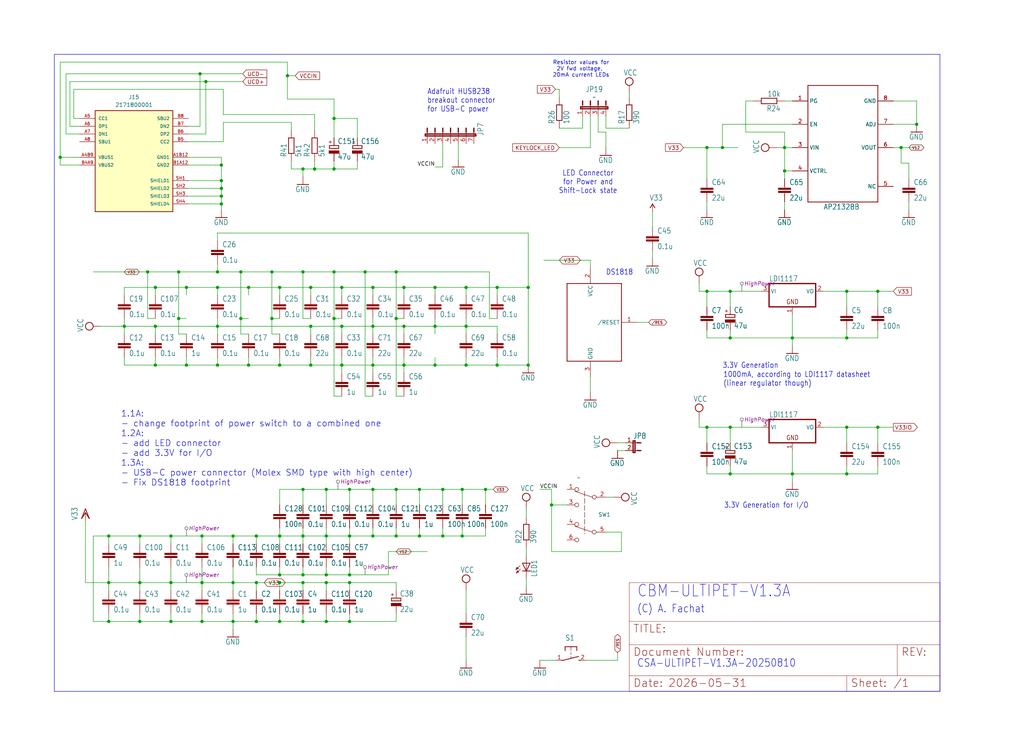
<source format=kicad_sch>
(kicad_sch (version 20250114) (generator "eeschema") (generator_version "9.0")
  (paper "User" 334.823 246.532)
  (text "1000mA, according to LDI1117 datasheet\n(linear regulator though)" (at 236.474 126.492 0) (effects (font (size 1.778 1.5113)) (justify left bottom)))
  (text "CBM-ULTIPET-V1.3A" (at 208.28 195.58 0) (effects (font (size 3.81 3.2385)) (justify left bottom)))
  (text "3.3V Generation" (at 236.22 120.65 0) (effects (font (size 1.778 1.5113)) (justify left bottom)))
  (text "1.1A:\n- change footprint of power switch to a combined one\n1.2A:\n- add LED connector\n- add 3.3V for I/O\n1.3A:\n- USB-C power connector (Molex SMD type with high center)\n- Fix DS1818 footprint" (at 39.497 146.685 0) (effects (font (size 2 2)) (justify left)))
  (text "(C) A. Fachat" (at 208.28 200.66 0) (effects (font (size 2.54 2.159)) (justify left bottom)))
  (text "Adafruit HUSB238\nbreakout connector\nfor USB-C power" (at 139.7 36.83 0) (effects (font (size 1.778 1.5113)) (justify left bottom)))
  (text "LED Connector\nfor Power and\nShift-Lock state" (at 192.278 63.5 0) (effects (font (size 1.778 1.5113)) (justify bottom)))
  (text "3.3V Generation for I/O" (at 236.728 166.37 0) (effects (font (size 1.778 1.5113)) (justify left bottom)))
  (text "Resistor values for\n2V fwd voltage, \n20mA current LEDs\n" (at 189.992 22.606 0) (effects (font (size 1.27 1.27))))
  (text "DS1818" (at 198.12 90.17 0) (effects (font (size 1.778 1.5113)) (justify left bottom)))
  (text "CSA-ULTIPET-V1.3A-20250810" (at 208.28 218.44 0) (effects (font (size 2.54 2.159)) (justify left bottom)))
  (junction (at 83.82 190.5))
  (junction (at 45.72 203.2))
  (junction (at 111.76 106.68))
  (junction (at 238.76 139.7))
  (junction (at 119.38 88.9))
  (junction (at 158.75 160.02))
  (junction (at 259.08 154.94))
  (junction (at 66.04 203.2))
  (junction (at 88.9 88.9))
  (junction (at 55.88 203.2))
  (junction (at 114.3 203.2))
  (junction (at 35.56 203.2))
  (junction (at 106.68 175.26))
  (junction (at 111.76 93.98))
  (junction (at 101.6 93.98))
  (junction (at 45.72 190.5))
  (junction (at 132.08 119.38))
  (junction (at 287.02 95.25))
  (junction (at 276.86 95.25))
  (junction (at 114.3 175.26))
  (junction (at 121.92 160.02))
  (junction (at 91.44 190.5))
  (junction (at 152.4 119.38))
  (junction (at 71.12 106.68))
  (junction (at 111.76 119.38))
  (junction (at 99.06 160.02))
  (junction (at 76.2 203.2))
  (junction (at 238.76 95.25))
  (junction (at 66.04 175.26))
  (junction (at 299.72 40.64))
  (junction (at 45.72 175.26))
  (junction (at 121.92 119.38))
  (junction (at 50.8 119.38))
  (junction (at 109.22 38.735))
  (junction (at 81.28 119.38))
  (junction (at 72.39 66.675))
  (junction (at 35.56 190.5))
  (junction (at 76.2 190.5))
  (junction (at 58.42 88.9))
  (junction (at 294.64 48.26))
  (junction (at 129.54 104.14))
  (junction (at 78.74 104.14))
  (junction (at 55.88 190.5))
  (junction (at 162.56 119.38))
  (junction (at 58.42 104.14))
  (junction (at 60.96 93.98))
  (junction (at 142.24 106.68))
  (junction (at 106.68 160.02))
  (junction (at 256.54 55.88))
  (junction (at 121.92 175.26))
  (junction (at 48.26 88.9))
  (junction (at 40.64 106.68))
  (junction (at 238.76 110.49))
  (junction (at 172.72 93.98))
  (junction (at 99.06 187.96))
  (junction (at 60.96 119.38))
  (junction (at 106.68 203.2))
  (junction (at 137.16 160.02))
  (junction (at 276.86 139.7))
  (junction (at 72.39 64.135))
  (junction (at 72.39 53.975))
  (junction (at 83.82 175.26))
  (junction (at 114.3 190.5))
  (junction (at 162.56 93.98))
  (junction (at 99.06 55.245))
  (junction (at 99.06 175.26))
  (junction (at 81.28 93.98))
  (junction (at 19.685 51.435))
  (junction (at 55.88 175.26))
  (junction (at 109.22 55.245))
  (junction (at 114.3 187.96))
  (junction (at 66.04 190.5))
  (junction (at 238.76 154.94))
  (junction (at 72.39 59.055))
  (junction (at 106.68 190.5))
  (junction (at 152.4 106.68))
  (junction (at 91.44 93.98))
  (junction (at 129.54 175.26))
  (junction (at 121.92 106.68))
  (junction (at 114.3 160.02))
  (junction (at 106.68 187.96))
  (junction (at 50.8 106.68))
  (junction (at 67.31 26.67))
  (junction (at 35.56 175.26))
  (junction (at 91.44 119.38))
  (junction (at 99.06 190.5))
  (junction (at 91.44 203.2))
  (junction (at 121.92 93.98))
  (junction (at 132.08 93.98))
  (junction (at 65.405 24.13))
  (junction (at 129.54 88.9))
  (junction (at 129.54 160.02))
  (junction (at 144.78 160.02))
  (junction (at 152.4 93.98))
  (junction (at 99.06 203.2))
  (junction (at 71.12 119.38))
  (junction (at 132.08 106.68))
  (junction (at 72.39 61.595))
  (junction (at 88.9 104.14))
  (junction (at 71.12 88.9))
  (junction (at 236.22 48.26))
  (junction (at 71.12 93.98))
  (junction (at 93.98 24.765))
  (junction (at 109.22 88.9))
  (junction (at 109.22 104.14))
  (junction (at 256.54 48.26))
  (junction (at 142.24 93.98))
  (junction (at 101.6 106.68))
  (junction (at 259.08 110.49))
  (junction (at 287.02 139.7))
  (junction (at 50.8 93.98))
  (junction (at 231.14 139.7))
  (junction (at 78.74 88.9))
  (junction (at 91.44 175.26))
  (junction (at 276.86 154.94))
  (junction (at 276.86 110.49))
  (junction (at 172.72 119.38))
  (junction (at 231.14 95.25))
  (junction (at 76.2 175.26))
  (junction (at 102.87 55.245))
  (junction (at 99.06 88.9))
  (junction (at 142.24 119.38))
  (junction (at 91.44 187.96))
  (junction (at 151.13 160.02))
  (junction (at 101.6 119.38))
  (junction (at 83.82 203.2))
  (junction (at 180.34 165.1))
  (junction (at 151.13 175.26))
  (junction (at 137.16 175.26))
  (junction (at 144.78 175.26))
  (junction (at 231.14 48.26))
  (wire (pts (xy 60.96 96.52) (xy 60.96 93.98)) (stroke (width 0.1524)))
  (wire (pts (xy 182.88 41.91) (xy 190.5 41.91)))
  (wire (pts (xy 99.06 55.245) (xy 99.06 57.785)))
  (wire (pts (xy 93.98 20.32) (xy 93.98 24.765)))
  (wire (pts (xy 102.87 55.245) (xy 99.06 55.245)))
  (wire (pts (xy 119.38 129.54) (xy 119.38 88.9)) (stroke (width 0.1524)))
  (wire (pts (xy 205.74 41.91) (xy 198.12 41.91)))
  (wire (pts (xy 81.28 119.38) (xy 91.44 119.38)) (stroke (width 0.1524)))
  (wire (pts (xy 256.54 48.26) (xy 256.54 43.18)) (stroke (width 0.1524)))
  (wire (pts (xy 109.22 38.735) (xy 109.22 32.385)))
  (wire (pts (xy 231.14 100.33) (xy 231.14 95.25)) (stroke (width 0.1524)))
  (wire (pts (xy 172.085 191.77) (xy 172.085 189.23)) (stroke (width 0.1524)))
  (wire (pts (xy 88.9 104.14) (xy 88.9 88.9)) (stroke (width 0.1524)))
  (wire (pts (xy 73.025 37.465) (xy 102.87 37.465)))
  (wire (pts (xy 91.44 160.02) (xy 91.44 165.1)) (stroke (width 0.1524)))
  (wire (pts (xy 99.06 203.2) (xy 106.68 203.2)) (stroke (width 0.1524)))
  (wire (pts (xy 50.8 106.68) (xy 71.12 106.68)) (stroke (width 0.1524)))
  (wire (pts (xy 129.54 104.14) (xy 129.54 88.9)) (stroke (width 0.1524)))
  (wire (pts (xy 91.44 172.72) (xy 91.44 175.26)))
  (wire (pts (xy 83.82 187.96) (xy 91.44 187.96)) (stroke (width 0.1524)))
  (wire (pts (xy 109.22 52.705) (xy 109.22 55.245)))
  (wire (pts (xy 238.76 95.25) (xy 238.76 100.33)) (stroke (width 0.1524)))
  (wire (pts (xy 181.61 29.21) (xy 182.88 29.21)))
  (wire (pts (xy 65.405 24.13) (xy 79.375 24.13)))
  (wire (pts (xy 114.3 193.04) (xy 114.3 190.5)) (stroke (width 0.1524)))
  (wire (pts (xy 114.3 175.26) (xy 121.92 175.26)) (stroke (width 0.1524)))
  (wire (pts (xy 45.72 175.26) (xy 45.72 177.8)) (stroke (width 0.1524)))
  (wire (pts (xy 276.86 139.7) (xy 287.02 139.7)) (stroke (width 0.1524)))
  (wire (pts (xy 180.34 180.34) (xy 180.34 165.1)))
  (wire (pts (xy 231.14 110.49) (xy 231.14 107.95)) (stroke (width 0.1524)))
  (wire (pts (xy 151.13 160.02) (xy 158.75 160.02)) (stroke (width 0.1524)))
  (wire (pts (xy 231.14 95.25) (xy 228.6 95.25)) (stroke (width 0.1524)))
  (wire (pts (xy 30.48 175.26) (xy 30.48 203.2)) (stroke (width 0.1524)))
  (wire (pts (xy 30.48 203.2) (xy 35.56 203.2)) (stroke (width 0.1524)))
  (wire (pts (xy 259.08 154.94) (xy 276.86 154.94)) (stroke (width 0.1524)))
  (wire (pts (xy 228.6 95.25) (xy 228.6 92.71)) (stroke (width 0.1524)))
  (wire (pts (xy 19.685 20.32) (xy 19.685 51.435)))
  (wire (pts (xy 177.8 85.09) (xy 193.04 85.09)) (stroke (width 0.1524)))
  (wire (pts (xy 129.54 190.5) (xy 129.54 193.04)) (stroke (width 0.1524)))
  (wire (pts (xy 45.72 203.2) (xy 35.56 203.2)) (stroke (width 0.1524)))
  (wire (pts (xy 172.72 76.2) (xy 172.72 93.98)) (stroke (width 0.1524)))
  (wire (pts (xy 21.59 43.815) (xy 21.59 24.13)))
  (wire (pts (xy 129.54 88.9) (xy 160.02 88.9)) (stroke (width 0.1524)))
  (wire (pts (xy 276.86 154.94) (xy 287.02 154.94)) (stroke (width 0.1524)))
  (wire (pts (xy 99.06 175.26) (xy 99.06 177.8)) (stroke (width 0.1524)))
  (wire (pts (xy 195.58 43.18) (xy 195.58 38.1)))
  (wire (pts (xy 121.92 106.68) (xy 132.08 106.68)) (stroke (width 0.1524)))
  (wire (pts (xy 180.34 160.02) (xy 180.34 165.1)))
  (wire (pts (xy 248.92 95.25) (xy 238.76 95.25)) (stroke (width 0.1524)))
  (wire (pts (xy 50.8 93.98) (xy 40.64 93.98)) (stroke (width 0.1524)))
  (wire (pts (xy 99.06 185.42) (xy 99.06 187.96)) (stroke (width 0.1524)))
  (wire (pts (xy 287.02 100.33) (xy 287.02 95.25)) (stroke (width 0.1524)))
  (wire (pts (xy 111.76 106.68) (xy 121.92 106.68)) (stroke (width 0.1524)))
  (wire (pts (xy 142.24 93.98) (xy 152.4 93.98)) (stroke (width 0.1524)))
  (wire (pts (xy 127 187.96) (xy 127 180.34)) (stroke (width 0.1524)))
  (wire (pts (xy 99.06 190.5) (xy 106.68 190.5)) (stroke (width 0.1524)))
  (wire (pts (xy 259.08 40.64) (xy 236.22 40.64)) (stroke (width 0.1524)))
  (wire (pts (xy 121.92 160.02) (xy 129.54 160.02)) (stroke (width 0.1524)))
  (wire (pts (xy 114.3 190.5) (xy 129.54 190.5)) (stroke (width 0.1524)))
  (wire (pts (xy 109.22 88.9) (xy 119.38 88.9)) (stroke (width 0.1524)))
  (wire (pts (xy 297.18 68.58) (xy 297.18 66.04)) (stroke (width 0.1524)))
  (wire (pts (xy 83.82 190.5) (xy 91.44 190.5)) (stroke (width 0.1524)))
  (wire (pts (xy 259.08 102.87) (xy 259.08 110.49)) (stroke (width 0.1524)))
  (wire (pts (xy 259.08 55.88) (xy 256.54 55.88)) (stroke (width 0.1524)))
  (wire (pts (xy 55.88 203.2) (xy 45.72 203.2)) (stroke (width 0.1524)))
  (wire (pts (xy 91.44 190.5) (xy 99.06 190.5)) (stroke (width 0.1524)))
  (wire (pts (xy 71.12 88.9) (xy 71.12 86.36)) (stroke (width 0.1524)))
  (wire (pts (xy 111.76 119.38) (xy 121.92 119.38)) (stroke (width 0.1524)))
  (wire (pts (xy 30.48 88.9) (xy 48.26 88.9)) (stroke (width 0.1524)))
  (wire (pts (xy 204.47 147.32) (xy 201.93 147.32)) (stroke (width 0.1524)))
  (wire (pts (xy 76.2 203.2) (xy 66.04 203.2)) (stroke (width 0.1524)))
  (wire (pts (xy 109.22 129.54) (xy 109.22 104.14)) (stroke (width 0.1524)))
  (wire (pts (xy 162.56 93.98) (xy 172.72 93.98)) (stroke (width 0.1524)))
  (wire (pts (xy 121.92 119.38) (xy 132.08 119.38)) (stroke (width 0.1524)))
  (wire (pts (xy 35.56 190.5) (xy 35.56 185.42)) (stroke (width 0.1524)))
  (wire (pts (xy 83.82 203.2) (xy 76.2 203.2)) (stroke (width 0.1524)))
  (wire (pts (xy 71.12 76.2) (xy 172.72 76.2)) (stroke (width 0.1524)))
  (wire (pts (xy 297.18 58.42) (xy 297.18 53.34)) (stroke (width 0.1524)))
  (wire (pts (xy 129.54 165.1) (xy 129.54 160.02)) (stroke (width 0.1524)))
  (wire (pts (xy 276.86 110.49) (xy 276.86 107.95)) (stroke (width 0.1524)))
  (wire (pts (xy 72.39 53.975) (xy 72.39 51.435)))
  (wire (pts (xy 121.92 175.26) (xy 121.92 172.72)) (stroke (width 0.1524)))
  (wire (pts (xy 292.1 33.02) (xy 299.72 33.02)) (stroke (width 0.1524)))
  (wire (pts (xy 101.6 106.68) (xy 101.6 109.22)) (stroke (width 0.1524)))
  (wire (pts (xy 24.13 29.21) (xy 73.025 29.21)))
  (wire (pts (xy 72.39 51.435) (xy 61.595 51.435)))
  (wire (pts (xy 132.08 96.52) (xy 132.08 93.98)) (stroke (width 0.1524)))
  (wire (pts (xy 71.12 88.9) (xy 78.74 88.9)) (stroke (width 0.1524)))
  (wire (pts (xy 292.1 40.64) (xy 299.72 40.64)) (stroke (width 0.1524)))
  (wire (pts (xy 129.54 175.26) (xy 137.16 175.26)) (stroke (width 0.1524)))
  (wire (pts (xy 109.22 55.245) (xy 102.87 55.245)))
  (wire (pts (xy 24.13 38.735) (xy 24.13 29.21)))
  (wire (pts (xy 96.52 24.765) (xy 93.98 24.765)))
  (wire (pts (xy 121.92 129.54) (xy 119.38 129.54)) (stroke (width 0.1524)))
  (wire (pts (xy 287.02 144.78) (xy 287.02 139.7)) (stroke (width 0.1524)))
  (wire (pts (xy 66.04 185.42) (xy 66.04 190.5)) (stroke (width 0.1524)))
  (wire (pts (xy 114.3 203.2) (xy 129.54 203.2)) (stroke (width 0.1524)))
  (wire (pts (xy 121.92 116.84) (xy 121.92 119.38)) (stroke (width 0.1524)))
  (wire (pts (xy 287.02 110.49) (xy 287.02 107.95)) (stroke (width 0.1524)))
  (wire (pts (xy 99.06 193.04) (xy 99.06 190.5)) (stroke (width 0.1524)))
  (wire (pts (xy 142.24 119.38) (xy 152.4 119.38)) (stroke (width 0.1524)))
  (wire (pts (xy 66.04 175.26) (xy 76.2 175.26)) (stroke (width 0.1524)))
  (wire (pts (xy 111.76 121.92) (xy 111.76 119.38)) (stroke (width 0.1524)))
  (wire (pts (xy 127 180.34) (xy 139.7 180.34)) (stroke (width 0.1524)))
  (wire (pts (xy 83.82 200.66) (xy 83.82 203.2)) (stroke (width 0.1524)))
  (wire (pts (xy 111.76 93.98) (xy 121.92 93.98)) (stroke (width 0.1524)))
  (wire (pts (xy 76.2 205.74) (xy 76.2 203.2)) (stroke (width 0.1524)))
  (wire (pts (xy 99.06 175.26) (xy 99.06 172.72)) (stroke (width 0.1524)))
  (wire (pts (xy 129.54 160.02) (xy 137.16 160.02)) (stroke (width 0.1524)))
  (wire (pts (xy 109.22 38.735) (xy 116.84 38.735)))
  (wire (pts (xy 132.08 93.98) (xy 142.24 93.98)) (stroke (width 0.1524)))
  (wire (pts (xy 162.56 116.84) (xy 162.56 119.38)) (stroke (width 0.1524)))
  (wire (pts (xy 40.64 106.68) (xy 40.64 104.14)) (stroke (width 0.1524)))
  (wire (pts (xy 190.5 41.91) (xy 190.5 38.1)))
  (wire (pts (xy 35.56 175.26) (xy 45.72 175.26)) (stroke (width 0.1524)))
  (wire (pts (xy 238.76 154.94) (xy 231.14 154.94)) (stroke (width 0.1524)))
  (wire (pts (xy 76.2 203.2) (xy 76.2 200.66)) (stroke (width 0.1524)))
  (wire (pts (xy 101.6 104.14) (xy 99.06 104.14)) (stroke (width 0.1524)))
  (wire (pts (xy 40.64 109.22) (xy 40.64 106.68)) (stroke (width 0.1524)))
  (wire (pts (xy 121.92 175.26) (xy 129.54 175.26)) (stroke (width 0.1524)))
  (wire (pts (xy 91.44 96.52) (xy 91.44 93.98)) (stroke (width 0.1524)))
  (wire (pts (xy 91.44 175.26) (xy 99.06 175.26)) (stroke (width 0.1524)))
  (wire (pts (xy 269.24 95.25) (xy 276.86 95.25)) (stroke (width 0.1524)))
  (wire (pts (xy 132.08 129.54) (xy 129.54 129.54)) (stroke (width 0.1524)))
  (wire (pts (xy 71.12 78.74) (xy 71.12 76.2)) (stroke (width 0.1524)))
  (wire (pts (xy 102.87 52.705) (xy 102.87 55.245)))
  (wire (pts (xy 137.16 175.26) (xy 137.16 172.72)) (stroke (width 0.1524)))
  (wire (pts (xy 287.02 139.7) (xy 292.1 139.7)) (stroke (width 0.1524)))
  (wire (pts (xy 101.6 93.98) (xy 111.76 93.98)) (stroke (width 0.1524)))
  (wire (pts (xy 144.78 160.02) (xy 144.78 165.1)))
  (wire (pts (xy 137.16 175.26) (xy 144.78 175.26)))
  (wire (pts (xy 198.12 43.18) (xy 195.58 43.18)))
  (wire (pts (xy 208.28 105.41) (xy 212.09 105.41)) (stroke (width 0.1524)))
  (wire (pts (xy 294.64 53.34) (xy 294.64 48.26)) (stroke (width 0.1524)))
  (wire (pts (xy 132.08 116.84) (xy 132.08 119.38)) (stroke (width 0.1524)))
  (wire (pts (xy 129.54 203.2) (xy 129.54 200.66)) (stroke (width 0.1524)))
  (polyline (pts (xy 307.34 226.06) (xy 307.34 17.78)) (stroke (width 0.1524) (type solid)))
  (wire (pts (xy 55.88 193.04) (xy 55.88 190.5)) (stroke (width 0.1524)))
  (wire (pts (xy 203.2 180.34) (xy 180.34 180.34)))
  (wire (pts (xy 26.035 38.735) (xy 24.13 38.735)))
  (wire (pts (xy 99.06 88.9) (xy 109.22 88.9)) (stroke (width 0.1524)))
  (wire (pts (xy 109.22 38.735) (xy 109.22 45.085)))
  (wire (pts (xy 95.25 52.705) (xy 95.25 55.245)))
  (wire (pts (xy 78.74 104.14) (xy 78.74 88.9)) (stroke (width 0.1524)))
  (wire (pts (xy 248.92 139.7) (xy 238.76 139.7)) (stroke (width 0.1524)))
  (wire (pts (xy 198.12 173.99) (xy 203.2 173.99)))
  (wire (pts (xy 238.76 110.49) (xy 231.14 110.49)) (stroke (width 0.1524)))
  (wire (pts (xy 137.16 160.02) (xy 144.78 160.02)) (stroke (width 0.1524)))
  (wire (pts (xy 243.84 33.02) (xy 246.38 33.02)) (stroke (width 0.1524)))
  (wire (pts (xy 182.88 48.26) (xy 193.04 48.26)))
  (wire (pts (xy 114.3 175.26) (xy 114.3 172.72)) (stroke (width 0.1524)))
  (wire (pts (xy 76.2 175.26) (xy 83.82 175.26)) (stroke (width 0.1524)))
  (wire (pts (xy 71.12 116.84) (xy 71.12 119.38)) (stroke (width 0.1524)))
  (wire (pts (xy 95.25 40.005) (xy 95.25 42.545)))
  (wire (pts (xy 99.06 160.02) (xy 91.44 160.02)) (stroke (width 0.1524)))
  (wire (pts (xy 238.76 110.49) (xy 259.08 110.49)) (stroke (width 0.1524)))
  (wire (pts (xy 21.59 24.13) (xy 65.405 24.13)))
  (wire (pts (xy 228.6 139.7) (xy 228.6 137.16)) (stroke (width 0.1524)))
  (wire (pts (xy 109.22 104.14) (xy 109.22 88.9)) (stroke (width 0.1524)))
  (wire (pts (xy 26.035 41.275) (xy 22.86 41.275)))
  (wire (pts (xy 35.56 190.5) (xy 27.94 190.5)) (stroke (width 0.1524)))
  (wire (pts (xy 81.28 93.98) (xy 91.44 93.98)) (stroke (width 0.1524)))
  (wire (pts (xy 114.3 185.42) (xy 114.3 187.96)) (stroke (width 0.1524)))
  (wire (pts (xy 35.56 193.04) (xy 35.56 190.5)) (stroke (width 0.1524)))
  (wire (pts (xy 55.88 200.66) (xy 55.88 203.2)) (stroke (width 0.1524)))
  (wire (pts (xy 243.84 43.18) (xy 243.84 33.02)) (stroke (width 0.1524)))
  (wire (pts (xy 81.28 116.84) (xy 81.28 119.38)) (stroke (width 0.1524)))
  (wire (pts (xy 142.24 96.52) (xy 142.24 93.98)) (stroke (width 0.1524)))
  (wire (pts (xy 99.06 200.66) (xy 99.06 203.2)) (stroke (width 0.1524)))
  (wire (pts (xy 99.06 175.26) (xy 106.68 175.26)) (stroke (width 0.1524)))
  (wire (pts (xy 231.14 139.7) (xy 228.6 139.7)) (stroke (width 0.1524)))
  (wire (pts (xy 76.2 175.26) (xy 76.2 177.8)) (stroke (width 0.1524)))
  (wire (pts (xy 256.54 33.02) (xy 259.08 33.02)) (stroke (width 0.1524)))
  (wire (pts (xy 144.78 160.02) (xy 151.13 160.02)) (stroke (width 0.1524)))
  (wire (pts (xy 158.75 172.72) (xy 158.75 175.26)))
  (wire (pts (xy 50.8 104.14) (xy 48.26 104.14)) (stroke (width 0.1524)))
  (wire (pts (xy 223.52 48.26) (xy 231.14 48.26)) (stroke (width 0.1524)))
  (wire (pts (xy 101.6 106.68) (xy 111.76 106.68)) (stroke (width 0.1524)))
  (wire (pts (xy 238.76 107.95) (xy 238.76 110.49)) (stroke (width 0.1524)))
  (wire (pts (xy 58.42 104.14) (xy 58.42 88.9)) (stroke (width 0.1524)))
  (wire (pts (xy 95.25 55.245) (xy 99.06 55.245)))
  (wire (pts (xy 99.06 160.02) (xy 106.68 160.02)) (stroke (width 0.1524)))
  (wire (pts (xy 91.44 193.04) (xy 91.44 190.5)) (stroke (width 0.1524)))
  (wire (pts (xy 50.8 93.98) (xy 60.96 93.98)) (stroke (width 0.1524)))
  (wire (pts (xy 132.08 121.92) (xy 132.08 119.38)) (stroke (width 0.1524)))
  (wire (pts (xy 111.76 116.84) (xy 111.76 119.38)) (stroke (width 0.1524)))
  (wire (pts (xy 67.31 26.67) (xy 79.375 26.67)))
  (wire (pts (xy 58.42 88.9) (xy 71.12 88.9)) (stroke (width 0.1524)))
  (wire (pts (xy 66.04 190.5) (xy 55.88 190.5)) (stroke (width 0.1524)))
  (wire (pts (xy 172.085 168.91) (xy 172.085 166.37)) (stroke (width 0.1524)))
  (wire (pts (xy 22.86 26.67) (xy 67.31 26.67)))
  (wire (pts (xy 203.2 173.99) (xy 203.2 180.34)))
  (wire (pts (xy 238.76 152.4) (xy 238.76 154.94)) (stroke (width 0.1524)))
  (wire (pts (xy 106.68 203.2) (xy 114.3 203.2)) (stroke (width 0.1524)))
  (wire (pts (xy 55.88 190.5) (xy 45.72 190.5)) (stroke (width 0.1524)))
  (wire (pts (xy 151.13 160.02) (xy 151.13 165.1)))
  (wire (pts (xy 231.14 144.78) (xy 231.14 139.7)) (stroke (width 0.1524)))
  (wire (pts (xy 83.82 175.26) (xy 91.44 175.26)) (stroke (width 0.1524)))
  (wire (pts (xy 72.39 64.135) (xy 72.39 61.595)))
  (wire (pts (xy 33.02 106.68) (xy 40.64 106.68)) (stroke (width 0.1524)))
  (wire (pts (xy 152.4 119.38) (xy 162.56 119.38)) (stroke (width 0.1524)))
  (wire (pts (xy 35.56 177.8) (xy 35.56 175.26)) (stroke (width 0.1524)))
  (wire (pts (xy 236.22 48.26) (xy 241.3 48.26)) (stroke (width 0.1524)))
  (wire (pts (xy 26.035 53.975) (xy 19.685 53.975)))
  (wire (pts (xy 111.76 129.54) (xy 109.22 129.54)) (stroke (width 0.1524)))
  (wire (pts (xy 40.64 93.98) (xy 40.64 96.52)) (stroke (width 0.1524)))
  (wire (pts (xy 48.26 104.14) (xy 48.26 88.9)) (stroke (width 0.1524)))
  (wire (pts (xy 91.44 187.96) (xy 91.44 185.42)) (stroke (width 0.1524)))
  (wire (pts (xy 76.2 185.42) (xy 76.2 190.5)) (stroke (width 0.1524)))
  (wire (pts (xy 81.28 104.14) (xy 78.74 104.14)) (stroke (width 0.1524)))
  (wire (pts (xy 60.96 119.38) (xy 71.12 119.38)) (stroke (width 0.1524)))
  (wire (pts (xy 55.88 185.42) (xy 55.88 190.5)) (stroke (width 0.1524)))
  (wire (pts (xy 137.16 165.1) (xy 137.16 160.02)) (stroke (width 0.1524)))
  (wire (pts (xy 254 48.26) (xy 256.54 48.26)) (stroke (width 0.1524)))
  (wire (pts (xy 152.4 215.9) (xy 152.4 208.28)) (stroke (width 0.1524)))
  (wire (pts (xy 129.54 175.26) (xy 129.54 172.72)) (stroke (width 0.1524)))
  (wire (pts (xy 106.68 175.26) (xy 106.68 172.72)) (stroke (width 0.1524)))
  (polyline (pts (xy 17.78 17.78) (xy 17.78 226.06)) (stroke (width 0.1524) (type solid)))
  (wire (pts (xy 48.26 88.9) (xy 58.42 88.9)) (stroke (width 0.1524)))
  (wire (pts (xy 106.68 175.26) (xy 106.68 177.8)) (stroke (width 0.1524)))
  (wire (pts (xy 61.595 59.055) (xy 72.39 59.055)))
  (wire (pts (xy 88.9 88.9) (xy 99.06 88.9)) (stroke (width 0.1524)))
  (wire (pts (xy 152.4 93.98) (xy 162.56 93.98)) (stroke (width 0.1524)))
  (wire (pts (xy 162.56 109.22) (xy 162.56 106.68)) (stroke (width 0.1524)))
  (wire (pts (xy 160.02 104.14) (xy 160.02 88.9)) (stroke (width 0.1524)))
  (wire (pts (xy 91.44 116.84) (xy 91.44 119.38)) (stroke (width 0.1524)))
  (wire (pts (xy 60.96 93.98) (xy 71.12 93.98)) (stroke (width 0.1524)))
  (wire (pts (xy 132.08 109.22) (xy 132.08 106.68)) (stroke (width 0.1524)))
  (wire (pts (xy 81.28 109.22) (xy 78.74 109.22)) (stroke (width 0.1524)))
  (wire (pts (xy 106.68 187.96) (xy 114.3 187.96)) (stroke (width 0.1524)))
  (wire (pts (xy 198.12 41.91) (xy 198.12 38.1)))
  (wire (pts (xy 287.02 154.94) (xy 287.02 152.4)) (stroke (width 0.1524)))
  (wire (pts (xy 102.87 55.245) (xy 102.87 55.88)))
  (wire (pts (xy 114.3 175.26) (xy 114.3 177.8)) (stroke (width 0.1524)))
  (wire (pts (xy 66.04 203.2) (xy 66.04 200.66)) (stroke (width 0.1524)))
  (wire (pts (xy 50.8 116.84) (xy 50.8 119.38)) (stroke (width 0.1524)))
  (wire (pts (xy 142.24 116.84) (xy 142.24 119.38)) (stroke (width 0.1524)))
  (wire (pts (xy 45.72 203.2) (xy 45.72 200.66)) (stroke (width 0.1524)))
  (wire (pts (xy 45.72 190.5) (xy 45.72 193.04)) (stroke (width 0.1524)))
  (wire (pts (xy 73.025 46.355) (xy 73.025 40.005)))
  (wire (pts (xy 66.04 190.5) (xy 66.04 193.04)) (stroke (width 0.1524)))
  (wire (pts (xy 40.64 116.84) (xy 40.64 119.38)) (stroke (width 0.1524)))
  (wire (pts (xy 142.24 54.61) (xy 144.78 54.61)) (stroke (width 0.1524)))
  (wire (pts (xy 106.68 165.1) (xy 106.68 160.02)) (stroke (width 0.1524)))
  (wire (pts (xy 26.035 43.815) (xy 21.59 43.815)))
  (wire (pts (xy 19.685 51.435) (xy 26.035 51.435)))
  (wire (pts (xy 65.405 41.275) (xy 61.595 41.275)))
  (wire (pts (xy 91.44 200.66) (xy 91.44 203.2)) (stroke (width 0.1524)))
  (wire (pts (xy 276.86 139.7) (xy 276.86 144.78)) (stroke (width 0.1524)))
  (wire (pts (xy 83.82 185.42) (xy 83.82 187.96)) (stroke (width 0.1524)))
  (wire (pts (xy 132.08 119.38) (xy 142.24 119.38)) (stroke (width 0.1524)))
  (wire (pts (xy 256.54 43.18) (xy 243.84 43.18)) (stroke (width 0.1524)))
  (wire (pts (xy 256.54 58.42) (xy 256.54 55.88)) (stroke (width 0.1524)))
  (wire (pts (xy 142.24 109.22) (xy 142.24 106.68)) (stroke (width 0.1524)))
  (wire (pts (xy 129.54 129.54) (xy 129.54 104.14)) (stroke (width 0.1524)))
  (wire (pts (xy 172.085 181.61) (xy 172.085 179.07)) (stroke (width 0.1524)))
  (wire (pts (xy 106.68 193.04) (xy 106.68 190.5)) (stroke (width 0.1524)))
  (wire (pts (xy 72.39 53.975) (xy 72.39 59.055)))
  (wire (pts (xy 142.24 106.68) (xy 142.24 104.14)) (stroke (width 0.1524)))
  (wire (pts (xy 111.76 109.22) (xy 111.76 106.68)) (stroke (width 0.1524)))
  (wire (pts (xy 91.44 203.2) (xy 83.82 203.2)) (stroke (width 0.1524)))
  (wire (pts (xy 71.12 106.68) (xy 71.12 109.22)) (stroke (width 0.1524)))
  (wire (pts (xy 116.84 45.085) (xy 116.84 38.735)))
  (wire (pts (xy 158.75 160.02) (xy 161.29 160.02)) (stroke (width 0.1524)))
  (wire (pts (xy 81.28 96.52) (xy 81.28 93.98)) (stroke (width 0.1524)))
  (wire (pts (xy 93.98 32.385) (xy 109.22 32.385)))
  (wire (pts (xy 99.06 165.1) (xy 99.06 160.02)) (stroke (width 0.1524)))
  (wire (pts (xy 121.92 121.92) (xy 121.92 119.38)) (stroke (width 0.1524)))
  (wire (pts (xy 297.18 53.34) (xy 294.64 53.34)) (stroke (width 0.1524)))
  (wire (pts (xy 93.98 24.765) (xy 93.98 32.385)))
  (wire (pts (xy 180.34 165.1) (xy 185.42 165.1)))
  (wire (pts (xy 106.68 160.02) (xy 114.3 160.02)) (stroke (width 0.1524)))
  (wire (pts (xy 50.8 106.68) (xy 50.8 109.22)) (stroke (width 0.1524)))
  (wire (pts (xy 106.68 185.42) (xy 106.68 187.96)) (stroke (width 0.1524)))
  (wire (pts (xy 40.64 119.38) (xy 50.8 119.38)) (stroke (width 0.1524)))
  (wire (pts (xy 144.78 172.72) (xy 144.78 175.26)))
  (wire (pts (xy 45.72 185.42) (xy 45.72 190.5)) (stroke (width 0.1524)))
  (wire (pts (xy 193.04 48.26) (xy 193.04 38.1)))
  (wire (pts (xy 106.68 190.5) (xy 114.3 190.5)) (stroke (width 0.1524)))
  (wire (pts (xy 121.92 96.52) (xy 121.92 93.98)) (stroke (width 0.1524)))
  (wire (pts (xy 91.44 175.26) (xy 91.44 177.8)) (stroke (width 0.1524)))
  (wire (pts (xy 71.12 104.14) (xy 71.12 106.68)) (stroke (width 0.1524)))
  (wire (pts (xy 114.3 160.02) (xy 121.92 160.02)) (stroke (width 0.1524)))
  (wire (pts (xy 60.96 109.22) (xy 58.42 109.22)) (stroke (width 0.1524)))
  (wire (pts (xy 172.72 93.98) (xy 172.72 119.38)) (stroke (width 0.1524)))
  (wire (pts (xy 193.04 85.09) (xy 193.04 87.63)) (stroke (width 0.1524)))
  (wire (pts (xy 22.86 41.275) (xy 22.86 26.67)))
  (wire (pts (xy 121.92 106.68) (xy 121.92 104.14)) (stroke (width 0.1524)))
  (wire (pts (xy 238.76 139.7) (xy 231.14 139.7)) (stroke (width 0.1524)))
  (wire (pts (xy 201.93 213.36) (xy 201.93 215.9)) (stroke (width 0.1524)))
  (wire (pts (xy 158.75 160.02) (xy 158.75 165.1)))
  (wire (pts (xy 91.44 187.96) (xy 99.06 187.96)) (stroke (width 0.1524)))
  (wire (pts (xy 72.39 61.595) (xy 72.39 59.055)))
  (wire (pts (xy 71.12 93.98) (xy 81.28 93.98)) (stroke (width 0.1524)))
  (wire (pts (xy 259.08 154.94) (xy 259.08 157.48)) (stroke (width 0.1524)))
  (wire (pts (xy 142.24 106.68) (xy 152.4 106.68)) (stroke (width 0.1524)))
  (wire (pts (xy 299.72 33.02) (xy 299.72 40.64)) (stroke (width 0.1524)))
  (wire (pts (xy 238.76 154.94) (xy 259.08 154.94)) (stroke (width 0.1524)))
  (wire (pts (xy 162.56 119.38) (xy 172.72 119.38)) (stroke (width 0.1524)))
  (wire (pts (xy 40.64 106.68) (xy 50.8 106.68)) (stroke (width 0.1524)))
  (wire (pts (xy 109.22 55.245) (xy 109.22 55.88)))
  (wire (pts (xy 152.4 109.22) (xy 152.4 106.68)) (stroke (width 0.1524)))
  (wire (pts (xy 259.08 110.49) (xy 276.86 110.49)) (stroke (width 0.1524)))
  (wire (pts (xy 256.54 68.58) (xy 256.54 66.04)) (stroke (width 0.1524)))
  (wire (pts (xy 101.6 119.38) (xy 111.76 119.38)) (stroke (width 0.1524)))
  (polyline (pts (xy 307.34 17.78) (xy 17.78 17.78)) (stroke (width 0.1524) (type solid)))
  (wire (pts (xy 91.44 104.14) (xy 88.9 104.14)) (stroke (width 0.1524)))
  (wire (pts (xy 152.4 106.68) (xy 162.56 106.68)) (stroke (width 0.1524)))
  (wire (pts (xy 61.595 61.595) (xy 72.39 61.595)))
  (wire (pts (xy 88.9 109.22) (xy 88.9 104.14)) (stroke (width 0.1524)))
  (wire (pts (xy 114.3 200.66) (xy 114.3 203.2)) (stroke (width 0.1524)))
  (wire (pts (xy 99.06 203.2) (xy 91.44 203.2)) (stroke (width 0.1524)))
  (wire (pts (xy 61.595 66.675) (xy 72.39 66.675)))
  (wire (pts (xy 106.68 200.66) (xy 106.68 203.2)) (stroke (width 0.1524)))
  (wire (pts (xy 91.44 109.22) (xy 88.9 109.22)) (stroke (width 0.1524)))
  (wire (pts (xy 152.4 96.52) (xy 152.4 93.98)) (stroke (width 0.1524)))
  (wire (pts (xy 76.2 193.04) (xy 76.2 190.5)) (stroke (width 0.1524)))
  (wire (pts (xy 162.56 96.52) (xy 162.56 93.98)) (stroke (width 0.1524)))
  (wire (pts (xy 55.88 175.26) (xy 55.88 177.8)) (stroke (width 0.1524)))
  (wire (pts (xy 132.08 104.14) (xy 129.54 104.14)) (stroke (width 0.1524)))
  (wire (pts (xy 176.53 215.9) (xy 181.61 215.9)) (stroke (width 0.1524)))
  (wire (pts (xy 50.8 96.52) (xy 50.8 93.98)) (stroke (width 0.1524)))
  (wire (pts (xy 132.08 106.68) (xy 142.24 106.68)) (stroke (width 0.1524)))
  (wire (pts (xy 99.06 104.14) (xy 99.06 88.9)) (stroke (width 0.1524)))
  (wire (pts (xy 61.595 46.355) (xy 73.025 46.355)))
  (wire (pts (xy 19.685 20.32) (xy 93.98 20.32)))
  (wire (pts (xy 205.74 30.48) (xy 205.74 31.75)))
  (wire (pts (xy 201.93 144.78) (xy 204.47 144.78)) (stroke (width 0.1524)))
  (wire (pts (xy 66.04 203.2) (xy 55.88 203.2)) (stroke (width 0.1524)))
  (wire (pts (xy 27.94 190.5) (xy 27.94 170.18)) (stroke (width 0.1524)))
  (wire (pts (xy 102.87 37.465) (xy 102.87 42.545)))
  (wire (pts (xy 91.44 93.98) (xy 101.6 93.98)) (stroke (width 0.1524)))
  (wire (pts (xy 151.13 172.72) (xy 151.13 175.26)))
  (wire (pts (xy 231.14 58.42) (xy 231.14 48.26)) (stroke (width 0.1524)))
  (wire (pts (xy 111.76 104.14) (xy 109.22 104.14)) (stroke (width 0.1524)))
  (wire (pts (xy 76.2 190.5) (xy 83.82 190.5)) (stroke (width 0.1524)))
  (wire (pts (xy 276.86 95.25) (xy 276.86 100.33)) (stroke (width 0.1524)))
  (wire (pts (xy 198.12 162.56) (xy 200.66 162.56)))
  (wire (pts (xy 152.4 106.68) (xy 152.4 104.14)) (stroke (width 0.1524)))
  (wire (pts (xy 67.31 43.815) (xy 61.595 43.815)))
  (wire (pts (xy 119.38 88.9) (xy 129.54 88.9)) (stroke (width 0.1524)))
  (wire (pts (xy 114.3 187.96) (xy 127 187.96)) (stroke (width 0.1524)))
  (wire (pts (xy 231.14 154.94) (xy 231.14 152.4)) (stroke (width 0.1524)))
  (wire (pts (xy 276.86 154.94) (xy 276.86 152.4)) (stroke (width 0.1524)))
  (wire (pts (xy 78.74 88.9) (xy 88.9 88.9)) (stroke (width 0.1524)))
  (wire (pts (xy 256.54 55.88) (xy 256.54 48.26)) (stroke (width 0.1524)))
  (wire (pts (xy 55.88 175.26) (xy 66.04 175.26)) (stroke (width 0.1524)))
  (polyline (pts (xy 17.78 226.06) (xy 307.34 226.06)) (stroke (width 0.1524) (type solid)))
  (wire (pts (xy 176.53 160.02) (xy 180.34 160.02)))
  (wire (pts (xy 61.595 53.975) (xy 72.39 53.975)))
  (wire (pts (xy 109.22 55.245) (xy 116.84 55.245)))
  (wire (pts (xy 61.595 64.135) (xy 72.39 64.135)))
  (wire (pts (xy 151.13 175.26) (xy 158.75 175.26)))
  (wire (pts (xy 111.76 96.52) (xy 111.76 93.98)) (stroke (width 0.1524)))
  (wire (pts (xy 259.08 110.49) (xy 259.08 113.03)) (stroke (width 0.1524)))
  (wire (pts (xy 276.86 95.25) (xy 287.02 95.25)) (stroke (width 0.1524)))
  (wire (pts (xy 114.3 165.1) (xy 114.3 160.02)) (stroke (width 0.1524)))
  (wire (pts (xy 213.36 74.295) (xy 213.36 69.215)) (stroke (width 0.1524)))
  (wire (pts (xy 144.78 46.99) (xy 144.78 54.61)) (stroke (width 0.1524)))
  (wire (pts (xy 231.14 48.26) (xy 236.22 48.26)) (stroke (width 0.1524)))
  (wire (pts (xy 101.6 116.84) (xy 101.6 119.38)) (stroke (width 0.1524)))
  (wire (pts (xy 71.12 119.38) (xy 81.28 119.38)) (stroke (width 0.1524)))
  (wire (pts (xy 71.12 106.68) (xy 101.6 106.68)) (stroke (width 0.1524)))
  (wire (pts (xy 73.025 40.005) (xy 95.25 40.005)))
  (wire (pts (xy 287.02 95.25) (xy 292.1 95.25)) (stroke (width 0.1524)))
  (wire (pts (xy 99.06 187.96) (xy 106.68 187.96)) (stroke (width 0.1524)))
  (wire (pts (xy 121.92 93.98) (xy 132.08 93.98)) (stroke (width 0.1524)))
  (wire (pts (xy 236.22 40.64) (xy 236.22 48.26)) (stroke (width 0.1524)))
  (wire (pts (xy 193.04 128.27) (xy 193.04 123.19)) (stroke (width 0.1524)))
  (wire (pts (xy 50.8 119.38) (xy 60.96 119.38)) (stroke (width 0.1524)))
  (wire (pts (xy 67.31 26.67) (xy 67.31 43.815)))
  (wire (pts (xy 198.12 43.18) (xy 198.12 48.26)))
  (wire (pts (xy 121.92 165.1) (xy 121.92 160.02)) (stroke (width 0.1524)))
  (wire (pts (xy 269.24 139.7) (xy 276.86 139.7)) (stroke (width 0.1524)))
  (wire (pts (xy 78.74 109.22) (xy 78.74 104.14)) (stroke (width 0.1524)))
  (wire (pts (xy 152.4 119.38) (xy 152.4 116.84)) (stroke (width 0.1524)))
  (wire (pts (xy 191.77 215.9) (xy 201.93 215.9)) (stroke (width 0.1524)))
  (wire (pts (xy 71.12 96.52) (xy 71.12 93.98)) (stroke (width 0.1524)))
  (wire (pts (xy 60.96 116.84) (xy 60.96 119.38)) (stroke (width 0.1524)))
  (wire (pts (xy 66.04 175.26) (xy 66.04 177.8)) (stroke (width 0.1524)))
  (wire (pts (xy 256.54 48.26) (xy 259.08 48.26)) (stroke (width 0.1524)))
  (wire (pts (xy 213.36 84.455) (xy 213.36 81.915)) (stroke (width 0.1524)))
  (wire (pts (xy 259.08 147.32) (xy 259.08 154.94)) (stroke (width 0.1524)))
  (wire (pts (xy 238.76 95.25) (xy 231.14 95.25)) (stroke (width 0.1524)))
  (wire (pts (xy 144.78 175.26) (xy 151.13 175.26)))
  (wire (pts (xy 294.64 48.26) (xy 299.72 48.26)) (stroke (width 0.1524)))
  (wire (pts (xy 149.86 46.99) (xy 149.86 52.07)) (stroke (width 0.1524)))
  (wire (pts (xy 101.6 96.52) (xy 101.6 93.98)) (stroke (width 0.1524)))
  (wire (pts (xy 35.56 175.26) (xy 30.48 175.26)) (stroke (width 0.1524)))
  (wire (pts (xy 60.96 104.14) (xy 58.42 104.14)) (stroke (width 0.1524)))
  (wire (pts (xy 72.39 66.675) (xy 72.39 68.58)))
  (wire (pts (xy 91.44 119.38) (xy 101.6 119.38)) (stroke (width 0.1524)))
  (wire (pts (xy 238.76 139.7) (xy 238.76 144.78)) (stroke (width 0.1524)))
  (wire (pts (xy 76.2 190.5) (xy 66.04 190.5)) (stroke (width 0.1524)))
  (wire (pts (xy 45.72 175.26) (xy 55.88 175.26)) (stroke (width 0.1524)))
  (wire (pts (xy 58.42 109.22) (xy 58.42 104.14)) (stroke (width 0.1524)))
  (wire (pts (xy 162.56 104.14) (xy 160.02 104.14)) (stroke (width 0.1524)))
  (wire (pts (xy 116.84 52.705) (xy 116.84 55.245)))
  (wire (pts (xy 35.56 200.66) (xy 35.56 203.2)) (stroke (width 0.1524)))
  (wire (pts (xy 73.025 29.21) (xy 73.025 37.465)))
  (wire (pts (xy 121.92 109.22) (xy 121.92 106.68)) (stroke (width 0.1524)))
  (wire (pts (xy 19.685 53.975) (xy 19.685 51.435)))
  (wire (pts (xy 83.82 193.04) (xy 83.82 190.5)) (stroke (width 0.1524)))
  (wire (pts (xy 45.72 190.5) (xy 35.56 190.5)) (stroke (width 0.1524)))
  (wire (pts (xy 182.88 29.21) (xy 182.88 31.75)))
  (wire (pts (xy 106.68 175.26) (xy 114.3 175.26)) (stroke (width 0.1524)))
  (wire (pts (xy 292.1 48.26) (xy 294.64 48.26)) (stroke (width 0.1524)))
  (wire (pts (xy 72.39 66.675) (xy 72.39 64.135)))
  (wire (pts (xy 152.4 200.66) (xy 152.4 193.04)) (stroke (width 0.1524)))
  (wire (pts (xy 83.82 175.26) (xy 83.82 177.8)) (stroke (width 0.1524)))
  (wire (pts (xy 231.14 68.58) (xy 231.14 66.04)) (stroke (width 0.1524)))
  (wire (pts (xy 276.86 110.49) (xy 287.02 110.49)) (stroke (width 0.1524)))
  (wire (pts (xy 65.405 24.13) (xy 65.405 41.275)))
  (label "VCCIN" (at 176.53 160.02 0))
  (label "VCCIN" (at 142.24 54.61 180))
  (global_label "V33" (shape input) (at 292.1 95.25 0) (property "Intersheetrefs" "${INTERSHEET_REFS}" (effects (hide yes))))
  (global_label "V33" (shape bidirectional) (at 40.64 88.9 0) (effects (font (size 0.889 0.889))) (property "Intersheetrefs" "${INTERSHEET_REFS}" (effects (hide yes))))
  (global_label "V33" (shape bidirectional) (at 161.29 160.02 0) (effects (font (size 0.889 0.889))) (property "Intersheetrefs" "${INTERSHEET_REFS}" (effects (hide yes))))
  (global_label "V33" (shape input) (at 181.61 29.21 180) (property "Intersheetrefs" "${INTERSHEET_REFS}" (effects (hide yes))))
  (global_label "/RES" (shape bidirectional) (at 212.09 105.41 0) (effects (font (size 0.889 0.889))) (property "Intersheetrefs" "${INTERSHEET_REFS}" (effects (hide yes))))
  (global_label "V12" (shape bidirectional) (at 129.54 180.34 0) (effects (font (size 0.889 0.889))) (property "Intersheetrefs" "${INTERSHEET_REFS}" (effects (hide yes))))
  (global_label "UCD+" (shape input) (at 79.375 26.67 0) (property "Intersheetrefs" "${INTERSHEET_REFS}" (effects (hide yes))))
  (global_label "VCCIN" (shape input) (at 96.52 24.765 0) (property "Intersheetrefs" "${INTERSHEET_REFS}" (effects (hide yes))))
  (global_label "V12" (shape bidirectional) (at 297.18 48.26 0) (effects (font (size 0.889 0.889))) (property "Intersheetrefs" "${INTERSHEET_REFS}" (effects (hide yes))))
  (global_label "UCD-" (shape input) (at 79.375 24.13 0) (property "Intersheetrefs" "${INTERSHEET_REFS}" (effects (hide yes))))
  (global_label "/RES" (shape bidirectional) (at 201.93 213.36 90) (effects (font (size 0.889 0.889))) (property "Intersheetrefs" "${INTERSHEET_REFS}" (effects (hide yes))))
  (global_label "V33" (shape input) (at 223.52 48.26 180) (property "Intersheetrefs" "${INTERSHEET_REFS}" (effects (hide yes))))
  (global_label "V33" (shape bidirectional) (at 86.36 190.5 0) (effects (font (size 1.2446 1.2446))) (property "Intersheetrefs" "${INTERSHEET_REFS}" (effects (hide yes))))
  (global_label "KEYLOCK_LED" (shape input) (at 182.88 48.26 180) (property "Intersheetrefs" "${INTERSHEET_REFS}" (effects (hide yes))))
  (global_label "V33IO" (shape output) (at 292.1 139.7 0) (property "Intersheetrefs" "${INTERSHEET_REFS}" (effects (hide yes))))
  (global_label "V33" (shape bidirectional) (at 182.88 85.09 0) (effects (font (size 1.2446 1.2446))) (property "Intersheetrefs" "${INTERSHEET_REFS}" (effects (hide yes))))
  (netclass_flag "" (length 2.54) (shape round) (at 60.96 190.5 0) (property "Netclass" "HighPower" (at 61.6585 187.96 0) (effects (font (italic yes)) (justify left))))
  (netclass_flag "" (length 2.54) (shape round) (at 242.57 95.25 0) (property "Netclass" "HighPower" (at 243.2685 92.71 0) (effects (font (italic yes)) (justify left))))
  (netclass_flag "" (length 2.54) (shape round) (at 110.49 160.02 0) (property "Netclass" "HighPower" (at 111.1885 157.48 0) (effects (font (italic yes)) (justify left))))
  (netclass_flag "" (length 2.54) (shape round) (at 242.57 139.7 0) (property "Netclass" "HighPower" (at 243.2685 137.16 0) (effects (font (italic yes)) (justify left))))
  (netclass_flag "" (length 2.54) (shape round) (at 60.96 175.26 0) (property "Netclass" "HighPower" (at 61.6585 172.72 0) (effects (font (italic yes)) (justify left))))
  (netclass_flag "" (length 2.54) (shape round) (at 119.38 187.96 0) (property "Netclass" "HighPower" (at 120.0785 185.42 0) (effects (font (italic yes)) (justify left))))
  (symbol (lib_id "cbm_ultipet_v1-eagle-import:C-EUC0805") (at 132.08 111.76 0) (unit 1)
    (property "Reference" "C67" (at 133.604 111.379 0) (effects (font (size 1.778 1.5113)) (justify left bottom)))
    (property "Value" "22u" (at 133.604 116.459 0) (effects (font (size 1.778 1.5113)) (justify left bottom)))
    (property "Footprint" "cbm_ultipet_v1:C0805" (effects (hide yes)))
  )
  (symbol (lib_id "cbm_ultipet_v1-eagle-import:GND") (at 299.72 43.18 0) (unit 1)
    (property "Reference" "#GND046" (effects (hide yes)))
    (property "Value" "GND" (at 297.18 45.72 0) (effects (font (size 1.778 1.5113)) (justify left bottom)))
  )
  (symbol (lib_id "cbm_ultipet_v1-eagle-import:JP4E") (at 193.04 35.56 0) (unit 1)
    (property "Reference" "JP19" (at 194.31 29.21 0) (effects (font (size 1.778 1.5113))))
    (property "Value" "~" (at 194.31 31.75 0) (effects (font (size 1.778 1.5113))))
    (property "Footprint" "cbm_ultipet_v1:JP4" (effects (hide yes)))
  )
  (symbol (lib_id "cbm_ultipet_v1-eagle-import:C-EUC0603") (at 55.88 195.58 0) (unit 1)
    (property "Reference" "C42" (at 57.404 195.199 0) (effects (font (size 1.778 1.5113)) (justify left bottom)))
    (property "Value" "0.1u" (at 57.404 200.279 0) (effects (font (size 1.778 1.5113)) (justify left bottom)))
    (property "Footprint" "cbm_ultipet_v1:C0603" (effects (hide yes)))
  )
  (symbol (lib_id "cbm_ultipet_v1-eagle-import:C-EUC0603") (at 76.2 195.58 0) (unit 1)
    (property "Reference" "C1" (at 77.724 195.199 0) (effects (font (size 1.778 1.5113)) (justify left bottom)))
    (property "Value" "1u" (at 77.724 200.279 0) (effects (font (size 1.778 1.5113)) (justify left bottom)))
    (property "Footprint" "cbm_ultipet_v1:C0603" (effects (hide yes)))
  )
  (symbol (lib_id "cbm_ultipet_v1-eagle-import:C-EUC0805") (at 121.92 111.76 0) (unit 1)
    (property "Reference" "C71" (at 123.444 111.379 0) (effects (font (size 1.778 1.5113)) (justify left bottom)))
    (property "Value" "22u" (at 123.444 116.459 0) (effects (font (size 1.778 1.5113)) (justify left bottom)))
    (property "Footprint" "cbm_ultipet_v1:C0805" (effects (hide yes)))
  )
  (symbol (lib_id "cbm_ultipet_v1-eagle-import:GND") (at 198.12 50.8 0) (unit 1)
    (property "Reference" "#GND0141" (effects (hide yes)))
    (property "Value" "GND" (at 195.58 53.34 0) (effects (font (size 1.778 1.5113)) (justify left bottom)))
  )
  (symbol (lib_id "cbm_ultipet_v1-eagle-import:C-EUC0805") (at 101.6 111.76 0) (unit 1)
    (property "Reference" "C68" (at 103.124 111.379 0) (effects (font (size 1.778 1.5113)) (justify left bottom)))
    (property "Value" "22u" (at 103.124 116.459 0) (effects (font (size 1.778 1.5113)) (justify left bottom)))
    (property "Footprint" "cbm_ultipet_v1:C0805" (effects (hide yes)))
  )
  (symbol (lib_id "cbm_ultipet_v1-eagle-import:GND") (at 213.36 86.995 0) (unit 1)
    (property "Reference" "#GND028" (effects (hide yes)))
    (property "Value" "GND" (at 210.82 89.535 0) (effects (font (size 1.778 1.5113)) (justify left bottom)))
  )
  (symbol (lib_id "cbm_ultipet_v1-eagle-import:GND") (at 172.085 194.31 0) (unit 1)
    (property "Reference" "#GND042" (effects (hide yes)))
    (property "Value" "GND" (at 169.545 196.85 0) (effects (font (size 1.778 1.5113)) (justify left bottom)))
  )
  (symbol (lib_id "cbm_ultipet_v1-eagle-import:AP2132BB") (at 274.32 45.72 0) (unit 1)
    (property "Reference" "U$16" (effects (hide yes)))
    (property "Value" "AP2132BB" (at 269.24 68.58 0) (effects (font (size 1.778 1.5113)) (justify left bottom)))
    (property "Footprint" "cbm_ultipet_v1:PSOP-8-FIXED" (effects (hide yes)))
  )
  (symbol (lib_id "cbm_ultipet_v1-eagle-import:C-EUC0603") (at 91.44 195.58 0) (unit 1)
    (property "Reference" "C103" (at 92.964 195.199 0) (effects (font (size 1.778 1.5113)) (justify left bottom)))
    (property "Value" "0.1u" (at 92.964 200.279 0) (effects (font (size 1.778 1.5113)) (justify left bottom)))
    (property "Footprint" "cbm_ultipet_v1:C0603" (effects (hide yes)))
  )
  (symbol (lib_id "cbm_ultipet_v1-eagle-import:C-EUC0603") (at 158.75 167.64 0) (unit 1)
    (property "Reference" "C127" (at 160.274 167.259 0) (effects (font (size 1.778 1.5113)) (justify left bottom)))
    (property "Value" "100n" (at 160.274 172.339 0) (effects (font (size 1.778 1.5113)) (justify left bottom)))
    (property "Footprint" "cbm_ultipet_v1:C0603" (effects (hide yes)))
  )
  (symbol (lib_id "cbm_ultipet_v1-eagle-import:C-EUC0603") (at 45.72 180.34 0) (unit 1)
    (property "Reference" "C100" (at 47.244 179.959 0) (effects (font (size 1.778 1.5113)) (justify left bottom)))
    (property "Value" "0.1u" (at 47.244 185.039 0) (effects (font (size 1.778 1.5113)) (justify left bottom)))
    (property "Footprint" "cbm_ultipet_v1:C0603" (effects (hide yes)))
  )
  (symbol (lib_id "cbm_ultipet_v1-eagle-import:C-EUC0603") (at 111.76 124.46 0) (unit 1)
    (property "Reference" "C54" (at 113.284 124.079 0) (effects (font (size 1.778 1.5113)) (justify left bottom)))
    (property "Value" "1u" (at 113.284 129.159 0) (effects (font (size 1.778 1.5113)) (justify left bottom)))
    (property "Footprint" "cbm_ultipet_v1:C0603" (effects (hide yes)))
  )
  (symbol (lib_id "cbm_ultipet_v1-eagle-import:C-EUC0805") (at 152.4 111.76 0) (unit 1)
    (property "Reference" "C69" (at 153.924 111.379 0) (effects (font (size 1.778 1.5113)) (justify left bottom)))
    (property "Value" "22u" (at 153.924 116.459 0) (effects (font (size 1.778 1.5113)) (justify left bottom)))
    (property "Footprint" "cbm_ultipet_v1:C0805" (effects (hide yes)))
  )
  (symbol (lib_id "cbm_ultipet_v1-eagle-import:R-EU_0207/2V") (at 172.085 173.99 90) (unit 1)
    (property "Reference" "R22" (at 170.5864 177.8 0) (effects (font (size 1.778 1.5113)) (justify left bottom)))
    (property "Value" "390" (at 175.387 177.8 0) (effects (font (size 1.778 1.5113)) (justify left bottom)))
    (property "Footprint" "cbm_ultipet_v1:0207_2V" (effects (hide yes)))
  )
  (symbol (lib_id "cbm_ultipet_v1-eagle-import:C-EUC0603") (at 35.56 195.58 0) (unit 1)
    (property "Reference" "C44" (at 37.084 195.199 0) (effects (font (size 1.778 1.5113)) (justify left bottom)))
    (property "Value" "0.1u" (at 37.084 200.279 0) (effects (font (size 1.778 1.5113)) (justify left bottom)))
    (property "Footprint" "cbm_ultipet_v1:C0603" (effects (hide yes)))
  )
  (symbol (lib_id "cbm_ultipet_v1-eagle-import:JP7") (at 147.32 44.45 0) (unit 1)
    (property "Reference" "U$26" (effects (hide yes)))
    (property "Value" "JP7" (at 158.115 44.45 90) (effects (font (size 1.778 1.5113)) (justify left bottom)))
    (property "Footprint" "cbm_ultipet_v1:JP7" (effects (hide yes)))
  )
  (symbol (lib_id "cbm_ultipet_v1-eagle-import:C-EUC0603") (at 71.12 99.06 0) (unit 1)
    (property "Reference" "C23" (at 72.644 98.679 0) (effects (font (size 1.778 1.5113)) (justify left bottom)))
    (property "Value" "0.1u" (at 72.644 103.759 0) (effects (font (size 1.778 1.5113)) (justify left bottom)))
    (property "Footprint" "cbm_ultipet_v1:C0603" (effects (hide yes)))
  )
  (symbol (lib_id "cbm_ultipet_v1-eagle-import:C-EUC0603") (at 99.06 167.64 0) (unit 1)
    (property "Reference" "C101" (at 100.584 167.259 0) (effects (font (size 1.778 1.5113)) (justify left bottom)))
    (property "Value" "0.1u" (at 100.584 172.339 0) (effects (font (size 1.778 1.5113)) (justify left bottom)))
    (property "Footprint" "cbm_ultipet_v1:C0603" (effects (hide yes)))
  )
  (symbol (lib_id "cbm_ultipet_v1-eagle-import:31-XX") (at 186.69 215.9 270) (unit 1)
    (property "Reference" "S1" (at 184.785 209.55 90) (effects (font (size 1.778 1.5113)) (justify left bottom)))
    (property "Value" "31-XX" (effects (hide yes)))
    (property "Footprint" "cbm_ultipet_v1:B3F-31XX" (effects (hide yes)))
  )
  (symbol (lib_id "micropet_v3-eagle-import:GND") (at 99.06 60.325 0) (unit 1)
    (property "Reference" "#GND0119" (effects (hide yes)))
    (property "Value" "GND" (at 96.52 62.865 0) (effects (font (size 1.778 1.5113)) (justify left bottom)))
  )
  (symbol (lib_id "micropet_v3-eagle-import:CPOL-EUE5-6") (at 109.22 47.625 0) (unit 1)
    (property "Reference" "C151" (at 110.363 47.1424 0) (effects (font (size 1.778 1.5113)) (justify left bottom)))
    (property "Value" "47u" (at 110.363 52.2224 0) (effects (font (size 1.778 1.5113)) (justify left bottom)))
    (property "Footprint" "cbm_ultipet_v1:E2,5-6" (effects (hide yes)))
  )
  (symbol (lib_id "cbm_ultipet_v1-eagle-import:3.3V") (at 213.36 69.215 0) (unit 1)
    (property "Reference" "#V033" (effects (hide yes)))
    (property "Value" "V33" (at 212.344 65.659 0) (effects (font (size 1.778 1.5113)) (justify left bottom)))
  )
  (symbol (lib_id "cbm_ultipet_v1-eagle-import:C-EUC0603") (at 40.64 111.76 0) (unit 1)
    (property "Reference" "C12" (at 42.164 111.379 0) (effects (font (size 1.778 1.5113)) (justify left bottom)))
    (property "Value" "0.1u" (at 42.164 116.459 0) (effects (font (size 1.778 1.5113)) (justify left bottom)))
    (property "Footprint" "cbm_ultipet_v1:C0603" (effects (hide yes)))
  )
  (symbol (lib_id "cbm_ultipet_v1-eagle-import:C-EUC0603") (at 60.96 111.76 0) (unit 1)
    (property "Reference" "C14" (at 62.484 111.379 0) (effects (font (size 1.778 1.5113)) (justify left bottom)))
    (property "Value" "1u" (at 62.484 116.459 0) (effects (font (size 1.778 1.5113)) (justify left bottom)))
    (property "Footprint" "cbm_ultipet_v1:C0603" (effects (hide yes)))
  )
  (symbol (lib_id "cbm_ultipet_v1-eagle-import:C-EUC0603") (at 83.82 195.58 0) (unit 1)
    (property "Reference" "C2" (at 85.344 195.199 0) (effects (font (size 1.778 1.5113)) (justify left bottom)))
    (property "Value" "0.1u" (at 85.344 200.279 0) (effects (font (size 1.778 1.5113)) (justify left bottom)))
    (property "Footprint" "cbm_ultipet_v1:C0603" (effects (hide yes)))
  )
  (symbol (lib_id "cbm_ultipet_v1-eagle-import:VCC") (at 228.6 134.62 0) (unit 1)
    (property "Reference" "#V015" (effects (hide yes)))
    (property "Value" "VCC" (at 226.695 131.445 0) (effects (font (size 1.778 1.5113)) (justify left bottom)))
  )
  (symbol (lib_id "cbm_ultipet_v1-eagle-import:C-EUC0603") (at 35.56 180.34 0) (unit 1)
    (property "Reference" "C49" (at 37.084 179.959 0) (effects (font (size 1.778 1.5113)) (justify left bottom)))
    (property "Value" "1u" (at 37.084 185.039 0) (effects (font (size 1.778 1.5113)) (justify left bottom)))
    (property "Footprint" "cbm_ultipet_v1:C0603" (effects (hide yes)))
  )
  (symbol (lib_id "cbm_ultipet_v1-eagle-import:C-EUC0603") (at 121.92 99.06 0) (unit 1)
    (property "Reference" "C34" (at 123.444 98.679 0) (effects (font (size 1.778 1.5113)) (justify left bottom)))
    (property "Value" "0.1u" (at 123.444 103.759 0) (effects (font (size 1.778 1.5113)) (justify left bottom)))
    (property "Footprint" "cbm_ultipet_v1:C0603" (effects (hide yes)))
  )
  (symbol (lib_id "cbm_ultipet_v1-eagle-import:C-EUC0603") (at 142.24 99.06 0) (unit 1)
    (property "Reference" "C46" (at 143.764 98.679 0) (effects (font (size 1.778 1.5113)) (justify left bottom)))
    (property "Value" "0.1u" (at 143.764 103.759 0) (effects (font (size 1.778 1.5113)) (justify left bottom)))
    (property "Footprint" "cbm_ultipet_v1:C0603" (effects (hide yes)))
  )
  (symbol (lib_id "cbm_ultipet_v1-eagle-import:GND") (at 152.4 218.44 0) (unit 1)
    (property "Reference" "#GND024" (effects (hide yes)))
    (property "Value" "GND" (at 149.86 220.98 0) (effects (font (size 1.778 1.5113)) (justify left bottom)))
  )
  (symbol (lib_id "cbm_ultipet_v1-eagle-import:C-EUC0603") (at 76.2 180.34 0) (unit 1)
    (property "Reference" "C113" (at 77.724 179.959 0) (effects (font (size 1.778 1.5113)) (justify left bottom)))
    (property "Value" "0.1u" (at 77.724 185.039 0) (effects (font (size 1.778 1.5113)) (justify left bottom)))
    (property "Footprint" "cbm_ultipet_v1:C0603" (effects (hide yes)))
  )
  (symbol (lib_id "cbm_ultipet_v1-eagle-import:R-EU_0207/2V") (at 205.74 36.83 90) (unit 1)
    (property "Reference" "R17" (at 204.2414 40.64 0) (effects (font (size 1.778 1.5113)) (justify left bottom)))
    (property "Value" "390" (at 209.042 40.64 0) (effects (font (size 1.778 1.5113)) (justify left bottom)))
    (property "Footprint" "cbm_ultipet_v1:0207_2V" (effects (hide yes)))
  )
  (symbol (lib_id "cbm_ultipet_v1-eagle-import:C-EUC0603") (at 106.68 180.34 0) (unit 1)
    (property "Reference" "C105" (at 108.204 179.959 0) (effects (font (size 1.778 1.5113)) (justify left bottom)))
    (property "Value" "0.1u" (at 108.204 185.039 0) (effects (font (size 1.778 1.5113)) (justify left bottom)))
    (property "Footprint" "cbm_ultipet_v1:C0603" (effects (hide yes)))
  )
  (symbol (lib_id "cbm_ultipet_v1-eagle-import:VCC") (at 152.4 190.5 0) (unit 1)
    (property "Reference" "#V012" (effects (hide yes)))
    (property "Value" "VCC" (at 150.495 187.325 0) (effects (font (size 1.778 1.5113)) (justify left bottom)))
  )
  (symbol (lib_id "cbm_ultipet_v1-eagle-import:C-EUC0603") (at 152.4 99.06 0) (unit 1)
    (property "Reference" "C47" (at 153.924 98.679 0) (effects (font (size 1.778 1.5113)) (justify left bottom)))
    (property "Value" "0.1u" (at 153.924 103.759 0) (effects (font (size 1.778 1.5113)) (justify left bottom)))
    (property "Footprint" "cbm_ultipet_v1:C0603" (effects (hide yes)))
  )
  (symbol (lib_id "cbm_ultipet_v1-eagle-import:C-EUC0603") (at 91.44 180.34 0) (unit 1)
    (property "Reference" "C111" (at 92.964 179.959 0) (effects (font (size 1.778 1.5113)) (justify left bottom)))
    (property "Value" "0.1u" (at 92.964 185.039 0) (effects (font (size 1.778 1.5113)) (justify left bottom)))
    (property "Footprint" "cbm_ultipet_v1:C0603" (effects (hide yes)))
  )
  (symbol (lib_id "cbm_ultipet_v1-eagle-import:VCC") (at 172.085 163.83 0) (unit 1)
    (property "Reference" "#V021" (effects (hide yes)))
    (property "Value" "VCC" (at 170.18 160.655 0) (effects (font (size 1.778 1.5113)) (justify left bottom)))
  )
  (symbol (lib_id "cbm_ultipet_v1-eagle-import:C-EUC0603") (at 111.76 111.76 0) (unit 1)
    (property "Reference" "C33" (at 113.284 111.379 0) (effects (font (size 1.778 1.5113)) (justify left bottom)))
    (property "Value" "0.1u" (at 113.284 116.459 0) (effects (font (size 1.778 1.5113)) (justify left bottom)))
    (property "Footprint" "cbm_ultipet_v1:C0603" (effects (hide yes)))
  )
  (symbol (lib_id "cbm_ultipet_v1-eagle-import:CPOL-EUE2.5-6") (at 238.76 102.87 0) (unit 1)
    (property "Reference" "C6" (at 239.903 102.3874 0) (effects (font (size 1.778 1.5113)) (justify left bottom)))
    (property "Value" "47u" (at 239.903 107.4674 0) (effects (font (size 1.778 1.5113)) (justify left bottom)))
    (property "Footprint" "cbm_ultipet_v1:E2,5-6" (effects (hide yes)))
  )
  (symbol (lib_id "cbm_ultipet_v1-eagle-import:GND") (at 259.08 115.57 0) (unit 1)
    (property "Reference" "#GND011" (effects (hide yes)))
    (property "Value" "GND" (at 256.54 118.11 0) (effects (font (size 1.778 1.5113)) (justify left bottom)))
  )
  (symbol (lib_id "cbm_ultipet_v1-eagle-import:GND") (at 193.04 130.81 0) (unit 1)
    (property "Reference" "#GND014" (effects (hide yes)))
    (property "Value" "GND" (at 190.5 133.35 0) (effects (font (size 1.778 1.5113)) (justify left bottom)))
  )
  (symbol (lib_id "cbm_ultipet_v1-eagle-import:C-EUC0603") (at 213.36 76.835 0) (unit 1)
    (property "Reference" "C45" (at 214.884 76.454 0) (effects (font (size 1.778 1.5113)) (justify left bottom)))
    (property "Value" "0.1u" (at 214.884 81.534 0) (effects (font (size 1.778 1.5113)) (justify left bottom)))
    (property "Footprint" "cbm_ultipet_v1:C0603" (effects (hide yes)))
  )
  (symbol (lib_id "cbm_ultipet_v1-eagle-import:C-EUC0603") (at 121.92 124.46 0) (unit 1)
    (property "Reference" "C55" (at 123.444 124.079 0) (effects (font (size 1.778 1.5113)) (justify left bottom)))
    (property "Value" "1u" (at 123.444 129.159 0) (effects (font (size 1.778 1.5113)) (justify left bottom)))
    (property "Footprint" "cbm_ultipet_v1:C0603" (effects (hide yes)))
  )
  (symbol (lib_id "cbm_ultipet_v1-eagle-import:C-EUC0603") (at 81.28 111.76 0) (unit 1)
    (property "Reference" "C17" (at 82.804 111.379 0) (effects (font (size 1.778 1.5113)) (justify left bottom)))
    (property "Value" "0.1u" (at 82.804 116.459 0) (effects (font (size 1.778 1.5113)) (justify left bottom)))
    (property "Footprint" "cbm_ultipet_v1:C0603" (effects (hide yes)))
  )
  (symbol (lib_id "cbm_ultipet_v1-eagle-import:C-EUC0603") (at 99.06 195.58 0) (unit 1)
    (property "Reference" "C4" (at 100.584 195.199 0) (effects (font (size 1.778 1.5113)) (justify left bottom)))
    (property "Value" "1u" (at 100.584 200.279 0) (effects (font (size 1.778 1.5113)) (justify left bottom)))
    (property "Footprint" "cbm_ultipet_v1:C0603" (effects (hide yes)))
  )
  (symbol (lib_id "cbm_ultipet_v1-eagle-import:C-EUC0603") (at 101.6 99.06 0) (unit 1)
    (property "Reference" "C31" (at 103.124 98.679 0) (effects (font (size 1.778 1.5113)) (justify left bottom)))
    (property "Value" "0.1u" (at 103.124 103.759 0) (effects (font (size 1.778 1.5113)) (justify left bottom)))
    (property "Footprint" "cbm_ultipet_v1:C0603" (effects (hide yes)))
  )
  (symbol (lib_id "cbm_ultipet_v1-eagle-import:C-EUC0603") (at 91.44 167.64 0) (unit 1)
    (property "Reference" "C128" (at 92.964 167.259 0) (effects (font (size 1.778 1.5113)) (justify left bottom)))
    (property "Value" "100n" (at 92.964 172.339 0) (effects (font (size 1.778 1.5113)) (justify left bottom)))
    (property "Footprint" "cbm_ultipet_v1:C0603" (effects (hide yes)))
  )
  (symbol (lib_id "cbm_ultipet_v1-eagle-import:C-EUC0603") (at 106.68 167.64 0) (unit 1)
    (property "Reference" "C109" (at 108.204 167.259 0) (effects (font (size 1.778 1.5113)) (justify left bottom)))
    (property "Value" "0.1u" (at 108.204 172.339 0) (effects (font (size 1.778 1.5113)) (justify left bottom)))
    (property "Footprint" "cbm_ultipet_v1:C0603" (effects (hide yes)))
  )
  (symbol (lib_id "cbm_ultipet_v1-eagle-import:GND") (at 201.93 149.86 0) (unit 1)
    (property "Reference" "#GND076" (effects (hide yes)))
    (property "Value" "GND" (at 199.39 152.4 0) (effects (font (size 1.778 1.5113)) (justify left bottom)))
  )
  (symbol (lib_id "cbm_ultipet_v1-eagle-import:C-EUC0805") (at 297.18 60.96 0) (unit 1)
    (property "Reference" "C66" (at 298.704 60.579 0) (effects (font (size 1.778 1.5113)) (justify left bottom)))
    (property "Value" "22u" (at 298.704 65.659 0) (effects (font (size 1.778 1.5113)) (justify left bottom)))
    (property "Footprint" "cbm_ultipet_v1:C0805" (effects (hide yes)))
  )
  (symbol (lib_id "cbm_ultipet_v1-eagle-import:C-EUC0805") (at 276.86 147.32 0) (unit 1)
    (property "Reference" "C154" (at 278.384 146.939 0) (effects (font (size 1.778 1.5113)) (justify left bottom)))
    (property "Value" "22u" (at 278.384 152.019 0) (effects (font (size 1.778 1.5113)) (justify left bottom)))
    (property "Footprint" "cbm_ultipet_v1:C0805" (effects (hide yes)))
  )
  (symbol (lib_id "cbm_ultipet_v1-eagle-import:C-EUC0603") (at 83.82 180.34 0) (unit 1)
    (property "Reference" "C108" (at 85.344 179.959 0) (effects (font (size 1.778 1.5113)) (justify left bottom)))
    (property "Value" "0.1u" (at 85.344 185.039 0) (effects (font (size 1.778 1.5113)) (justify left bottom)))
    (property "Footprint" "cbm_ultipet_v1:C0603" (effects (hide yes)))
  )
  (symbol (lib_id "cbm_ultipet_v1-eagle-import:C-EUC0603") (at 162.56 111.76 0) (unit 1)
    (property "Reference" "C58" (at 164.084 111.379 0) (effects (font (size 1.778 1.5113)) (justify left bottom)))
    (property "Value" "0.1u" (at 164.084 116.459 0) (effects (font (size 1.778 1.5113)) (justify left bottom)))
    (property "Footprint" "cbm_ultipet_v1:C0603" (effects (hide yes)))
  )
  (symbol (lib_id "cbm_ultipet_v1-eagle-import:C-EUC0603") (at 71.12 81.28 0) (unit 1)
    (property "Reference" "C26" (at 72.644 80.899 0) (effects (font (size 1.778 1.5113)) (justify left bottom)))
    (property "Value" "0.1u" (at 72.644 85.979 0) (effects (font (size 1.778 1.5113)) (justify left bottom)))
    (property "Footprint" "cbm_ultipet_v1:C0603" (effects (hide yes)))
  )
  (symbol (lib_id "cbm_ultipet_v1-eagle-import:VDD") (at 27.94 167.64 0) (unit 1)
    (property "Reference" "#V07" (effects (hide yes)))
    (property "Value" "V33" (at 25.4 170.18 90) (effects (font (size 1.778 1.5113)) (justify left bottom)))
  )
  (symbol (lib_id "cbm_ultipet_v1-eagle-import:C-EUC0603") (at 231.14 102.87 0) (unit 1)
    (property "Reference" "C7" (at 232.664 102.489 0) (effects (font (size 1.778 1.5113)) (justify left bottom)))
    (property "Value" "100n" (at 232.664 107.569 0) (effects (font (size 1.778 1.5113)) (justify left bottom)))
    (property "Footprint" "cbm_ultipet_v1:C0603" (effects (hide yes)))
  )
  (symbol (lib_id "cbm_ultipet_v1-eagle-import:C-EUC0603") (at 129.54 167.64 0) (unit 1)
    (property "Reference" "C121" (at 131.064 167.259 0) (effects (font (size 1.778 1.5113)) (justify left bottom)))
    (property "Value" "1u" (at 131.064 172.339 0) (effects (font (size 1.778 1.5113)) (justify left bottom)))
    (property "Footprint" "cbm_ultipet_v1:C0603" (effects (hide yes)))
  )
  (symbol (lib_id "cbm_ultipet_v1-eagle-import:GND") (at 231.14 71.12 0) (unit 1)
    (property "Reference" "#GND049" (effects (hide yes)))
    (property "Value" "GND" (at 228.6 73.66 0) (effects (font (size 1.778 1.5113)) (justify left bottom)))
  )
  (symbol (lib_id "cbm_ultipet_v1-eagle-import:C-EUC0603") (at 287.02 102.87 0) (unit 1)
    (property "Reference" "C8" (at 288.544 102.489 0) (effects (font (size 1.778 1.5113)) (justify left bottom)))
    (property "Value" "100n" (at 288.544 107.569 0) (effects (font (size 1.778 1.5113)) (justify left bottom)))
    (property "Footprint" "cbm_ultipet_v1:C0603" (effects (hide yes)))
  )
  (symbol (lib_id "cbm_ultipet_v1-eagle-import:DOCFIELD") (at 205.74 226.06 0) (unit 1)
    (property "Reference" "#FRAME3" (effects (hide yes)))
    (property "Value" "DOCFIELD" (effects (hide yes)))
  )
  (symbol (lib_id "cbm_ultipet_v1-eagle-import:GND") (at 259.08 160.02 0) (unit 1)
    (property "Reference" "#GND0142" (effects (hide yes)))
    (property "Value" "GND" (at 256.54 162.56 0) (effects (font (size 1.778 1.5113)) (justify left bottom)))
  )
  (symbol (lib_id "cbm_ultipet_v1-eagle-import:GND") (at 172.72 121.92 0) (unit 1)
    (property "Reference" "#GND025" (effects (hide yes)))
    (property "Value" "GND" (at 170.18 124.46 0) (effects (font (size 1.778 1.5113)) (justify left bottom)))
  )
  (symbol (lib_id "cbm_ultipet_v1-eagle-import:C-EUC0603") (at 231.14 147.32 0) (unit 1)
    (property "Reference" "C152" (at 232.664 146.939 0) (effects (font (size 1.778 1.5113)) (justify left bottom)))
    (property "Value" "100n" (at 232.664 152.019 0) (effects (font (size 1.778 1.5113)) (justify left bottom)))
    (property "Footprint" "cbm_ultipet_v1:C0603" (effects (hide yes)))
  )
  (symbol (lib_id "cbm_ultipet_v1-eagle-import:C-EUC0603") (at 99.06 180.34 0) (unit 1)
    (property "Reference" "C102" (at 100.584 179.959 0) (effects (font (size 1.778 1.5113)) (justify left bottom)))
    (property "Value" "0.1u" (at 100.584 185.039 0) (effects (font (size 1.778 1.5113)) (justify left bottom)))
    (property "Footprint" "cbm_ultipet_v1:C0603" (effects (hide yes)))
  )
  (symbol (lib_id "cbm_ultipet_v1-eagle-import:C-EUC0805") (at 256.54 60.96 0) (unit 1)
    (property "Reference" "C65" (at 258.064 60.579 0) (effects (font (size 1.778 1.5113)) (justify left bottom)))
    (property "Value" "22u" (at 258.064 65.659 0) (effects (font (size 1.778 1.5113)) (justify left bottom)))
    (property "Footprint" "cbm_ultipet_v1:C0805" (effects (hide yes)))
  )
  (symbol (lib_id "cbm_ultipet_v1-eagle-import:VCC") (at 30.48 106.68 90) (unit 1)
    (property "Reference" "#V06" (effects (hide yes)))
    (property "Value" "VCC" (at 27.305 108.585 0) (effects (font (size 1.778 1.5113)) (justify left bottom)))
  )
  (symbol (lib_id "cbm_ultipet_v1-eagle-import:DS1813") (at 190.5 102.87 0) (unit 1)
    (property "Reference" "DS1818" (effects (hide yes)))
    (property "Value" "DS1813" (effects (hide yes)))
    (property "Footprint" "Package_TO_SOT_THT:TO-92_Inline" (effects (hide yes)))
  )
  (symbol (lib_id "cbm_ultipet_v1-eagle-import:GND") (at 256.54 71.12 0) (unit 1)
    (property "Reference" "#GND048" (effects (hide yes)))
    (property "Value" "GND" (at 254 73.66 0) (effects (font (size 1.778 1.5113)) (justify left bottom)))
  )
  (symbol (lib_id "cbm_ultipet_v1-eagle-import:CPOL-EUE2.5-6") (at 238.76 147.32 0) (unit 1)
    (property "Reference" "C153" (at 239.903 146.8374 0) (effects (font (size 1.778 1.5113)) (justify left bottom)))
    (property "Value" "47u" (at 239.903 151.9174 0) (effects (font (size 1.778 1.5113)) (justify left bottom)))
    (property "Footprint" "cbm_ultipet_v1:E2,5-6" (effects (hide yes)))
  )
  (symbol (lib_id "cbm_ultipet_v1-eagle-import:CPOL-EUE2.5-6") (at 129.54 195.58 0) (unit 1)
    (property "Reference" "C38" (at 130.683 195.0974 0) (effects (font (size 1.778 1.5113)) (justify left bottom)))
    (property "Value" "22u" (at 130.683 200.1774 0) (effects (font (size 1.778 1.5113)) (justify left bottom)))
    (property "Footprint" "cbm_ultipet_v1:E2,5-6" (effects (hide yes)))
  )
  (symbol (lib_id "cbm_ultipet_v1-eagle-import:LED3MM") (at 172.085 184.15 0) (unit 1)
    (property "Reference" "LED1" (at 175.641 188.722 90) (effects (font (size 1.778 1.5113)) (justify left bottom)))
    (property "Value" "LED3MM" (effects (hide yes)))
    (property "Footprint" "cbm_ultipet_v1:LED3MM" (effects (hide yes)))
  )
  (symbol (lib_id "cbm_ultipet_v1-eagle-import:C-EUC0603") (at 91.44 111.76 0) (unit 1)
    (property "Reference" "C18" (at 92.964 111.379 0) (effects (font (size 1.778 1.5113)) (justify left bottom)))
    (property "Value" "0.1u" (at 92.964 116.459 0) (effects (font (size 1.778 1.5113)) (justify left bottom)))
    (property "Footprint" "cbm_ultipet_v1:C0603" (effects (hide yes)))
  )
  (symbol (lib_id "cbm_ultipet_v1-eagle-import:C-EUC0603") (at 114.3 195.58 0) (unit 1)
    (property "Reference" "C120" (at 115.824 195.199 0) (effects (font (size 1.778 1.5113)) (justify left bottom)))
    (property "Value" "1u" (at 115.824 200.279 0) (effects (font (size 1.778 1.5113)) (justify left bottom)))
    (property "Footprint" "cbm_ultipet_v1:C0603" (effects (hide yes)))
  )
  (symbol (lib_id "cbm_ultipet_v1-eagle-import:C-EUC0603") (at 287.02 147.32 0) (unit 1)
    (property "Reference" "C155" (at 288.544 146.939 0) (effects (font (size 1.778 1.5113)) (justify left bottom)))
    (property "Value" "100n" (at 288.544 152.019 0) (effects (font (size 1.778 1.5113)) (justify left bottom)))
    (property "Footprint" "cbm_ultipet_v1:C0603" (effects (hide yes)))
  )
  (symbol (lib_id "cbm_ultipet_v1-eagle-import:JP1E") (at 207.01 144.78 270) (unit 1)
    (property "Reference" "JP8" (at 207.01 143.51 90) (effects (font (size 1.778 1.5113)) (justify left bottom)))
    (property "Value" "JP1E" (effects (hide yes)))
    (property "Footprint" "cbm_ultipet_v1:JP1" (effects (hide yes)))
  )
  (symbol (lib_id "Symbols:E-Switch_400AWMDPx") (at 189.23 156.21 0) (unit 1)
    (property "Reference" "SW1" (at 195.58 168.275 0) (effects (justify left)))
    (property "Value" "~" (at 189.23 156.21 0))
    (property "Footprint" "Footprints:SW_E-Switch-400-combined2" (effects (hide yes)))
  )
  (symbol (lib_id "micropet_v3-eagle-import:R-EU_0207/2V") (at 102.87 47.625 90) (unit 1)
    (property "Reference" "R42" (at 101.3714 51.435 0) (effects (font (size 1.778 1.5113)) (justify left bottom)))
    (property "Value" "5k1" (at 106.172 51.435 0) (effects (font (size 1.778 1.5113)) (justify left bottom)))
    (property "Footprint" "cbm_ultipet_v1:0207_2V" (effects (hide yes)))
  )
  (symbol (lib_id "cbm_ultipet_v1-eagle-import:GND") (at 76.2 208.28 0) (unit 1)
    (property "Reference" "#GND027" (effects (hide yes)))
    (property "Value" "GND" (at 73.66 210.82 0) (effects (font (size 1.778 1.5113)) (justify left bottom)))
  )
  (symbol (lib_id "cbm_ultipet_v1-eagle-import:C-EUC0603") (at 137.16 167.64 0) (unit 1)
    (property "Reference" "C123" (at 138.684 167.259 0) (effects (font (size 1.778 1.5113)) (justify left bottom)))
    (property "Value" "1u" (at 138.684 172.339 0) (effects (font (size 1.778 1.5113)) (justify left bottom)))
    (property "Footprint" "cbm_ultipet_v1:C0603" (effects (hide yes)))
  )
  (symbol (lib_id "cbm_ultipet_v1-eagle-import:C-EUC0603") (at 132.08 124.46 0) (unit 1)
    (property "Reference" "C56" (at 133.604 124.079 0) (effects (font (size 1.778 1.5113)) (justify left bottom)))
    (property "Value" "1u" (at 133.604 129.159 0) (effects (font (size 1.778 1.5113)) (justify left bottom)))
    (property "Footprint" "cbm_ultipet_v1:C0603" (effects (hide yes)))
  )
  (symbol (lib_id "cbm_ultipet_v1-eagle-import:VCC") (at 203.2 162.56 270) (unit 1)
    (property "Reference" "#V031" (effects (hide yes)))
    (property "Value" "VCC" (at 206.375 160.655 0) (effects (font (size 1.778 1.5113)) (justify left bottom)))
  )
  (symbol (lib_id "cbm_ultipet_v1-eagle-import:R-EU_0207/2V") (at 182.88 36.83 90) (unit 1)
    (property "Reference" "R26" (at 181.3814 40.64 0) (effects (font (size 1.778 1.5113)) (justify left bottom)))
    (property "Value" "100" (at 186.182 40.64 0) (effects (font (size 1.778 1.5113)) (justify left bottom)))
    (property "Footprint" "cbm_ultipet_v1:0207_2V" (effects (hide yes)))
  )
  (symbol (lib_id "cbm_ultipet_v1-eagle-import:C-EUC0603") (at 114.3 167.64 0) (unit 1)
    (property "Reference" "C112" (at 115.824 167.259 0) (effects (font (size 1.778 1.5113)) (justify left bottom)))
    (property "Value" "0.1u" (at 115.824 172.339 0) (effects (font (size 1.778 1.5113)) (justify left bottom)))
    (property "Footprint" "cbm_ultipet_v1:C0603" (effects (hide yes)))
  )
  (symbol (lib_id "cbm_ultipet_v1-eagle-import:C-EUC0603") (at 71.12 111.76 0) (unit 1)
    (property "Reference" "C15" (at 72.644 111.379 0) (effects (font (size 1.778 1.5113)) (justify left bottom)))
    (property "Value" "0.1u" (at 72.644 116.459 0) (effects (font (size 1.778 1.5113)) (justify left bottom)))
    (property "Footprint" "cbm_ultipet_v1:C0603" (effects (hide yes)))
  )
  (symbol (lib_id "cbm_ultipet_v1-eagle-import:C-EUC0603") (at 91.44 99.06 0) (unit 1)
    (property "Reference" "C25" (at 92.964 98.679 0) (effects (font (size 1.778 1.5113)) (justify left bottom)))
    (property "Value" "0.1u" (at 92.964 103.759 0) (effects (font (size 1.778 1.5113)) (justify left bottom)))
    (property "Footprint" "cbm_ultipet_v1:C0603" (effects (hide yes)))
  )
  (symbol (lib_id "micropet_v3-eagle-import:R-EU_0207/2V") (at 95.25 47.625 90) (unit 1)
    (property "Reference" "R41" (at 93.7514 51.435 0) (effects (font (size 1.778 1.5113)) (justify left bottom)))
    (property "Value" "5k1" (at 98.552 51.435 0) (effects (font (size 1.778 1.5113)) (justify left bottom)))
    (property "Footprint" "cbm_ultipet_v1:0207_2V" (effects (hide yes)))
  )
  (symbol (lib_id "cbm_ultipet_v1-eagle-import:C-EUC0603") (at 121.92 167.64 0) (unit 1)
    (property "Reference" "C104" (at 123.444 167.259 0) (effects (font (size 1.778 1.5113)) (justify left bottom)))
    (property "Value" "0.1u" (at 123.444 172.339 0) (effects (font (size 1.778 1.5113)) (justify left bottom)))
    (property "Footprint" "cbm_ultipet_v1:C0603" (effects (hide yes)))
  )
  (symbol (lib_id "cbm_ultipet_v1-eagle-import:C-EUC0805") (at 276.86 102.87 0) (unit 1)
    (property "Reference" "C5" (at 278.384 102.489 0) (effects (font (size 1.778 1.5113)) (justify left bottom)))
    (property "Value" "22u" (at 278.384 107.569 0) (effects (font (size 1.778 1.5113)) (justify left bottom)))
    (property "Footprint" "cbm_ultipet_v1:C0805" (effects (hide yes)))
  )
  (symbol (lib_id "cbm_ultipet_v1-eagle-import:C-EUC0603") (at 55.88 180.34 0) (unit 1)
    (property "Reference" "C11" (at 57.404 179.959 0) (effects (font (size 1.778 1.5113)) (justify left bottom)))
    (property "Value" "0.1u" (at 57.404 185.039 0) (effects (font (size 1.778 1.5113)) (justify left bottom)))
    (property "Footprint" "cbm_ultipet_v1:C0603" (effects (hide yes)))
  )
  (symbol (lib_id "cbm_ultipet_v1-eagle-import:C-EUC0603") (at 144.78 167.64 0) (unit 1)
    (property "Reference" "C63" (at 146.304 167.259 0) (effects (font (size 1.778 1.5113)) (justify left bottom)))
    (property "Value" "100n" (at 146.304 172.339 0) (effects (font (size 1.778 1.5113)) (justify left bottom)))
    (property "Footprint" "cbm_ultipet_v1:C0603" (effects (hide yes)))
  )
  (symbol (lib_id "cbm_ultipet_v1-eagle-import:C-EUC0603") (at 162.56 99.06 0) (unit 1)
    (property "Reference" "C48" (at 164.084 98.679 0) (effects (font (size 1.778 1.5113)) (justify left bottom)))
    (property "Value" "0.1u" (at 164.084 103.759 0) (effects (font (size 1.778 1.5113)) (justify left bottom)))
    (property "Footprint" "cbm_ultipet_v1:C0603" (effects (hide yes)))
  )
  (symbol (lib_id "Symbols:2171800001") (at 43.815 51.435 0) (unit 1)
    (property "Reference" "J15" (at 43.815 31.75 0))
    (property "Value" "2171800001" (at 43.815 34.29 0))
    (property "Footprint" "cbm_ultipet_v1:MOLEX_2171800001" (effects (hide yes)))
    (property "MF" "Molex" (effects (hide yes)))
    (property "OPTION" "MOLEX_CONFIG" (effects (hide yes)))
    (property "MAXIMUM_PACKAGE_HEIGHT" "7.78 mm" (effects (hide yes)))
    (property "Price" "None" (effects (hide yes)))
    (property "Package" "None" (effects (hide yes)))
    (property "Check_prices" "https://www.snapeda.com/parts/217180-0001/Molex/view-part/?ref=eda" (effects (hide yes)))
    (property "STANDARD" "Manufacturer Recommendations" (effects (hide yes)))
    (property "PARTREV" "A1" (effects (hide yes)))
    (property "SnapEDA_Link" "https://www.snapeda.com/parts/217180-0001/Molex/view-part/?ref=snap" (effects (hide yes)))
    (property "MP" "217180-0001" (effects (hide yes)))
    (property "Description_1" "USB Type C - Connector, Top-mount SMT, CH5.9, 16pos | Molex Incorporated 217180-0001" (effects (hide yes)))
    (property "MANUFACTURER" "Molex" (effects (hide yes)))
    (property "Availability" "In Stock" (effects (hide yes)))
    (property "SNAPEDA_PN" "2171800001" (effects (hide yes)))
  )
  (symbol (lib_id "cbm_ultipet_v1-eagle-import:C-EUC0603") (at 50.8 111.76 0) (unit 1)
    (property "Reference" "C13" (at 52.324 111.379 0) (effects (font (size 1.778 1.5113)) (justify left bottom)))
    (property "Value" "0.1u" (at 52.324 116.459 0) (effects (font (size 1.778 1.5113)) (justify left bottom)))
    (property "Footprint" "cbm_ultipet_v1:C0603" (effects (hide yes)))
  )
  (symbol (lib_id "cbm_ultipet_v1-eagle-import:C-EUC0603") (at 111.76 99.06 0) (unit 1)
    (property "Reference" "C32" (at 113.284 98.679 0) (effects (font (size 1.778 1.5113)) (justify left bottom)))
    (property "Value" "0.1u" (at 113.284 103.759 0) (effects (font (size 1.778 1.5113)) (justify left bottom)))
    (property "Footprint" "cbm_ultipet_v1:C0603" (effects (hide yes)))
  )
  (symbol (lib_id "cbm_ultipet_v1-eagle-import:GND") (at 176.53 218.44 0) (unit 1)
    (property "Reference" "#GND037" (effects (hide yes)))
    (property "Value" "GND" (at 173.99 220.98 0) (effects (font (size 1.778 1.5113)) (justify left bottom)))
  )
  (symbol (lib_id "cbm_ultipet_v1-eagle-import:C-EUC0805") (at 152.4 203.2 0) (unit 1)
    (property "Reference" "C70" (at 153.924 202.819 0) (effects (font (size 1.778 1.5113)) (justify left bottom)))
    (property "Value" "22u" (at 153.924 207.899 0) (effects (font (size 1.778 1.5113)) (justify left bottom)))
    (property "Footprint" "cbm_ultipet_v1:C0805" (effects (hide yes)))
  )
  (symbol (lib_id "micropet_v3-eagle-import:CPOL-EUE5-6") (at 116.84 47.625 0) (unit 1)
    (property "Reference" "C156" (at 117.983 47.1424 0) (effects (font (size 1.778 1.5113)) (justify left bottom)))
    (property "Value" "47u" (at 117.983 52.2224 0) (effects (font (size 1.778 1.5113)) (justify left bottom)))
    (property "Footprint" "cbm_ultipet_v1:E2,5-6" (effects (hide yes)))
  )
  (symbol (lib_id "cbm_ultipet_v1-eagle-import:VCC") (at 251.46 48.26 90) (unit 1)
    (property "Reference" "#V09" (effects (hide yes)))
    (property "Value" "VCC" (at 248.285 50.165 0) (effects (font (size 1.778 1.5113)) (justify left bottom)))
  )
  (symbol (lib_id "cbm_ultipet_v1-eagle-import:C-EUC0603") (at 151.13 167.64 0) (unit 1)
    (property "Reference" "C85" (at 152.654 167.259 0) (effects (font (size 1.778 1.5113)) (justify left bottom)))
    (property "Value" "100n" (at 152.654 172.339 0) (effects (font (size 1.778 1.5113)) (justify left bottom)))
    (property "Footprint" "cbm_ultipet_v1:C0603" (effects (hide yes)))
  )
  (symbol (lib_id "cbm_ultipet_v1-eagle-import:LDI1117") (at 259.08 142.24 0) (unit 1)
    (property "Reference" "U$17" (effects (hide yes)))
    (property "Value" "LDI1117" (at 251.46 136.525 0) (effects (font (size 1.778 1.5113)) (justify left bottom)))
    (property "Footprint" "cbm_ultipet_v1:SOT223" (effects (hide yes)))
  )
  (symbol (lib_id "cbm_ultipet_v1-eagle-import:C-EUC0603") (at 66.04 180.34 0) (unit 1)
    (property "Reference" "C106" (at 67.564 179.959 0) (effects (font (size 1.778 1.5113)) (justify left bottom)))
    (property "Value" "0.1u" (at 67.564 185.039 0) (effects (font (size 1.778 1.5113)) (justify left bottom)))
    (property "Footprint" "cbm_ultipet_v1:C0603" (effects (hide yes)))
  )
  (symbol (lib_id "cbm_ultipet_v1-eagle-import:C-EUC0603") (at 132.08 99.06 0) (unit 1)
    (property "Reference" "C35" (at 133.604 98.679 0) (effects (font (size 1.778 1.5113)) (justify left bottom)))
    (property "Value" "0.1u" (at 133.604 103.759 0) (effects (font (size 1.778 1.5113)) (justify left bottom)))
    (property "Footprint" "cbm_ultipet_v1:C0603" (effects (hide yes)))
  )
  (symbol (lib_id "cbm_ultipet_v1-eagle-import:VCC") (at 228.6 90.17 0) (unit 1)
    (property "Reference" "#V04" (effects (hide yes)))
    (property "Value" "VCC" (at 226.695 86.995 0) (effects (font (size 1.778 1.5113)) (justify left bottom)))
  )
  (symbol (lib_id "cbm_ultipet_v1-eagle-import:VCC") (at 205.74 27.94 0) (unit 1)
    (property "Reference" "#V01" (effects (hide yes)))
    (property "Value" "VCC" (at 203.835 24.765 0) (effects (font (size 1.778 1.5113)) (justify left bottom)))
  )
  (symbol (lib_id "cbm_ultipet_v1-eagle-import:C-EUC0603") (at 50.8 99.06 0) (unit 1)
    (property "Reference" "C107" (at 52.324 98.679 0) (effects (font (size 1.778 1.5113)) (justify left bottom)))
    (property "Value" "0.1u" (at 52.324 103.759 0) (effects (font (size 1.778 1.5113)) (justify left bottom)))
    (property "Footprint" "cbm_ultipet_v1:C0603" (effects (hide yes)))
  )
  (symbol (lib_id "cbm_ultipet_v1-eagle-import:GND") (at 297.18 71.12 0) (unit 1)
    (property "Reference" "#GND050" (effects (hide yes)))
    (property "Value" "GND" (at 294.64 73.66 0) (effects (font (size 1.778 1.5113)) (justify left bottom)))
  )
  (symbol (lib_id "cbm_ultipet_v1-eagle-import:C-EUC0805") (at 231.14 60.96 0) (unit 1)
    (property "Reference" "C64" (at 232.664 60.579 0) (effects (font (size 1.778 1.5113)) (justify left bottom)))
    (property "Value" "22u" (at 232.664 65.659 0) (effects (font (size 1.778 1.5113)) (justify left bottom)))
    (property "Footprint" "cbm_ultipet_v1:C0805" (effects (hide yes)))
  )
  (symbol (lib_id "cbm_ultipet_v1-eagle-import:C-EUC0603") (at 106.68 195.58 0) (unit 1)
    (property "Reference" "C110" (at 108.204 195.199 0) (effects (font (size 1.778 1.5113)) (justify left bottom)))
    (property "Value" "0.1u" (at 108.204 200.279 0) (effects (font (size 1.778 1.5113)) (justify left bottom)))
    (property "Footprint" "cbm_ultipet_v1:C0603" (effects (hide yes)))
  )
  (symbol (lib_id "cbm_ultipet_v1-eagle-import:C-EUC0603") (at 114.3 180.34 0) (unit 1)
    (property "Reference" "C57" (at 115.824 179.959 0) (effects (font (size 1.778 1.5113)) (justify left bottom)))
    (property "Value" "1u" (at 115.824 185.039 0) (effects (font (size 1.778 1.5113)) (justify left bottom)))
    (property "Footprint" "cbm_ultipet_v1:C0603" (effects (hide yes)))
  )
  (symbol (lib_id "cbm_ultipet_v1-eagle-import:R-EU_0207/2V") (at 251.46 33.02 180) (unit 1)
    (property "Reference" "R24" (at 255.27 34.5186 0) (effects (font (size 1.778 1.5113)) (justify left bottom)))
    (property "Value" "10k" (at 255.27 29.718 0) (effects (font (size 1.778 1.5113)) (justify left bottom)))
    (property "Footprint" "cbm_ultipet_v1:0207_2V" (effects (hide yes)))
  )
  (symbol (lib_id "micropet_v3-eagle-import:GND") (at 72.39 71.12 0) (unit 1)
    (property "Reference" "#GND0159" (effects (hide yes)))
    (property "Value" "GND" (at 69.85 73.66 0) (effects (font (size 1.778 1.5113)) (justify left bottom)))
  )
  (symbol (lib_id "cbm_ultipet_v1-eagle-import:C-EUC0603") (at 45.72 195.58 0) (unit 1)
    (property "Reference" "C43" (at 47.244 195.199 0) (effects (font (size 1.778 1.5113)) (justify left bottom)))
    (property "Value" "0.1u" (at 47.244 200.279 0) (effects (font (size 1.778 1.5113)) (justify left bottom)))
    (property "Footprint" "cbm_ultipet_v1:C0603" (effects (hide yes)))
  )
  (symbol (lib_id "cbm_ultipet_v1-eagle-import:VCC") (at 199.39 144.78 90) (unit 1)
    (property "Reference" "#V027" (effects (hide yes)))
    (property "Value" "VCC" (at 196.215 146.685 0) (effects (font (size 1.778 1.5113)) (justify left bottom)))
  )
  (symbol (lib_id "cbm_ultipet_v1-eagle-import:C-EUC0603") (at 66.04 195.58 0) (unit 1)
    (property "Reference" "C41" (at 67.564 195.199 0) (effects (font (size 1.778 1.5113)) (justify left bottom)))
    (property "Value" "0.1u" (at 67.564 200.279 0) (effects (font (size 1.778 1.5113)) (justify left bottom)))
    (property "Footprint" "cbm_ultipet_v1:C0603" (effects (hide yes)))
  )
  (symbol (lib_id "cbm_ultipet_v1-eagle-import:C-EUC0603") (at 40.64 99.06 0) (unit 1)
    (property "Reference" "C19" (at 42.164 98.679 0) (effects (font (size 1.778 1.5113)) (justify left bottom)))
    (property "Value" "0.1u" (at 42.164 103.759 0) (effects (font (size 1.778 1.5113)) (justify left bottom)))
    (property "Footprint" "cbm_ultipet_v1:C0603" (effects (hide yes)))
  )
  (symbol (lib_id "cbm_ultipet_v1-eagle-import:LDI1117") (at 259.08 97.79 0) (unit 1)
    (property "Reference" "U$3" (effects (hide yes)))
    (property "Value" "LDI1117" (at 251.46 92.075 0) (effects (font (size 1.778 1.5113)) (justify left bottom)))
    (property "Footprint" "cbm_ultipet_v1:SOT223" (effects (hide yes)))
  )
  (symbol (lib_id "cbm_ultipet_v1-eagle-import:GND") (at 149.86 54.61 0) (unit 1)
    (property "Reference" "#GND0130" (effects (hide yes)))
    (property "Value" "GND" (at 147.32 57.15 0) (effects (font (size 1.778 1.5113)) (justify left bottom)))
  )
)
</source>
